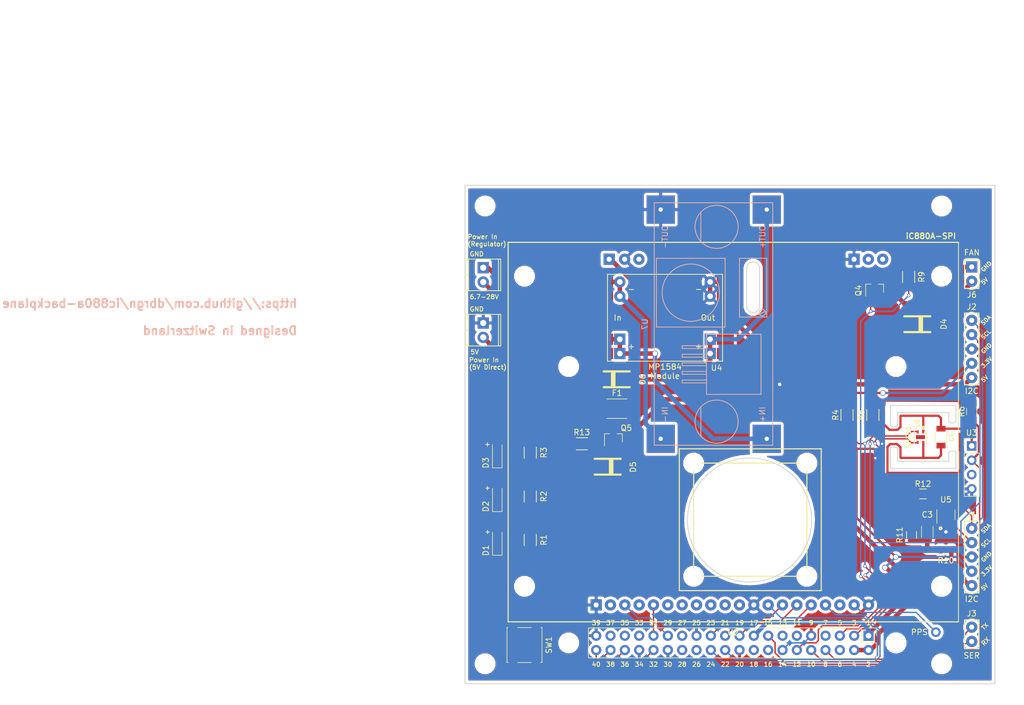
<source format=kicad_pcb>
(kicad_pcb (version 20171130) (host pcbnew 5.0.2-5.fc29)
  (title_block (title "iC880A-SPI Raspberry Pi Backplane") (date 2019-07-16) (rev v2.1) (company "Coredump Rapperswil"))
  (layers (0 F.Cu signal) (31 B.Cu signal) (34 B.Paste user) (35 F.Paste user) (36 B.SilkS user) (37 F.SilkS user) (38 B.Mask user) (39 F.Mask user) (44 Edge.Cuts user))
  (net 0 "")
  (net 1 "Net-(D1-Pad2)")
  (net 2 "Net-(D2-Pad2)")
  (net 3 "Net-(D3-Pad2)")
  (net 4 GND)
  (net 5 "Net-(D4-Pad2)")
  (net 6 "Net-(J5-Pad1)")
  (net 7 3.3V)
  (net 8 5V)
  (net 9 "Net-(C3-Pad1)")
  (net 10 "Net-(C3-Pad2)")
  (net 11 SDA)
  (net 12 SCL)
  (net 13 MOSI)
  (net 14 MISO)
  (net 15 CLK)
  (net 16 CE0)
  (net 17 LED1)
  (net 18 LED2)
  (net 19 LED3)
  (net 20 FAN)
  (net 21 IC880A_RST)
  (net 22 GPS_RST)
  (net 23 GPS_SUP)
  (net 24 BTN)
  (net 25 "Net-(D6-Pad1)")
  (net 26 "Net-(Q5-Pad1)")
  (net 27 "Net-(F1-Pad2)")
  (net 28 TX)
  (net 29 RX)
  (net 30 PPS)
  (net 31 "Net-(D6-Pad2)")
  (net 32 "Net-(U1-Pad6)")
  (net 33 "Net-(U1-Pad7)")
  (net 34 "Net-(U1-Pad11)")
  (net 35 "Net-(U1-Pad13)")
  (net 36 DHT_IO)
  (net 37 "Net-(U1-Pad16)")
  (net 38 "Net-(U1-Pad18)")
  (net 39 "Net-(U1-Pad26)")
  (net 40 "Net-(U1-Pad27)")
  (net 41 "Net-(U1-Pad28)")
  (net 42 "Net-(U1-Pad33)")
  (net 43 "Net-(U1-Pad35)")
  (net 44 "Net-(U1-Pad37)")
  (net 45 "Net-(U2-Pad2)")
  (net 46 "Net-(U2-Pad4)")
  (net 47 "Net-(U2-Pad6)")
  (net 48 "Net-(U2-Pad7)")
  (net 49 "Net-(U2-Pad8)")
  (net 50 "Net-(U2-Pad9)")
  (net 51 "Net-(U2-Pad10)")
  (net 52 "Net-(U2-Pad11)")
  (net 53 "Net-(U2-Pad18)")
  (net 54 "Net-(U2-Pad23)")
  (net 55 "Net-(U2-Pad25)")
  (net 56 "Net-(U2-Pad26)")
  (module ic880a:IC880A-SPI (layer F.Cu) (at 162.9791 109.304)
    (fp_text reference U2 (at 0 35.56) (layer F.SilkS))
    (fp_text value IC880A-SPI)
    (pad 1 thru_hole rect (at -24.3 30.65) (size 2 2) (drill 0.9) (layers *.Cu *.Mask) (net 4 GND))
    (pad 2 thru_hole circle (at -21.76 30.65) (size 2 2) (drill 0.9) (layers *.Cu *.Mask) (net 45 "Net-(U2-Pad2)"))
    (pad 3 thru_hole circle (at -19.22 30.65) (size 2 2) (drill 0.9) (layers *.Cu *.Mask) (net 22 GPS_RST))
    (pad 4 thru_hole circle (at -16.68 30.65) (size 2 2) (drill 0.9) (layers *.Cu *.Mask) (net 46 "Net-(U2-Pad4)"))
    (pad 5 thru_hole circle (at -14.14 30.65) (size 2 2) (drill 0.9) (layers *.Cu *.Mask) (net 23 GPS_SUP))
    (pad 6 thru_hole circle (at -11.6 30.65) (size 2 2) (drill 0.9) (layers *.Cu *.Mask) (net 47 "Net-(U2-Pad6)"))
    (pad 7 thru_hole circle (at -9.06 30.65) (size 2 2) (drill 0.9) (layers *.Cu *.Mask) (net 48 "Net-(U2-Pad7)"))
    (pad 8 thru_hole circle (at -6.52 30.65) (size 2 2) (drill 0.9) (layers *.Cu *.Mask) (net 49 "Net-(U2-Pad8)"))
    (pad 9 thru_hole circle (at -3.98 30.65) (size 2 2) (drill 0.9) (layers *.Cu *.Mask) (net 50 "Net-(U2-Pad9)"))
    (pad 10 thru_hole circle (at -1.44 30.65) (size 2 2) (drill 0.9) (layers *.Cu *.Mask) (net 51 "Net-(U2-Pad10)"))
    (pad 11 thru_hole circle (at 1.1 30.65) (size 2 2) (drill 0.9) (layers *.Cu *.Mask) (net 52 "Net-(U2-Pad11)"))
    (pad 12 thru_hole circle (at 3.64 30.65) (size 2 2) (drill 0.9) (layers *.Cu *.Mask) (net 4 GND))
    (pad 13 thru_hole circle (at 6.18 30.65) (size 2 2) (drill 0.9) (layers *.Cu *.Mask) (net 21 IC880A_RST))
    (pad 14 thru_hole circle (at 8.72 30.65) (size 2 2) (drill 0.9) (layers *.Cu *.Mask) (net 15 CLK))
    (pad 15 thru_hole circle (at 11.26 30.65) (size 2 2) (drill 0.9) (layers *.Cu *.Mask) (net 14 MISO))
    (pad 16 thru_hole circle (at 13.8 30.65) (size 2 2) (drill 0.9) (layers *.Cu *.Mask) (net 13 MOSI))
    (pad 17 thru_hole circle (at 16.34 30.65) (size 2 2) (drill 0.9) (layers *.Cu *.Mask) (net 16 CE0))
    (pad 18 thru_hole circle (at 18.88 30.65) (size 2 2) (drill 0.9) (layers *.Cu *.Mask) (net 53 "Net-(U2-Pad18)"))
    (pad 19 thru_hole circle (at 21.42 30.65) (size 2 2) (drill 0.9) (layers *.Cu *.Mask) (net 30 PPS))
    (pad 20 thru_hole circle (at 23.96 30.65) (size 2 2) (drill 0.9) (layers *.Cu *.Mask) (net 4 GND))
    (pad 21 thru_hole rect (at -22 -30.65) (size 2 2) (drill 0.9) (layers *.Cu *.Mask) (net 8 5V))
    (pad 22 thru_hole circle (at -19.26 -30.65) (size 2 2) (drill 0.9) (layers *.Cu *.Mask) (net 4 GND))
    (pad 23 thru_hole circle (at -16.72 -30.65) (size 2 2) (drill 0.9) (layers *.Cu *.Mask) (net 54 "Net-(U2-Pad23)"))
    (pad 24 thru_hole rect (at 21.4 -30.65) (size 2 2) (drill 0.9) (layers *.Cu *.Mask) (net 4 GND))
    (pad 25 thru_hole circle (at 23.94 -30.65) (size 2 2) (drill 0.9) (layers *.Cu *.Mask) (net 55 "Net-(U2-Pad25)"))
    (pad 26 thru_hole circle (at 26.48 -30.65) (size 2 2) (drill 0.9) (layers *.Cu *.Mask) (net 56 "Net-(U2-Pad26)"))
  )
  (module TO_SOT_Packages_SMD:SOT-23-6 (layer F.Cu) (at 200.66 123.952 90)
    (fp_text reference U5 (at 2.667 0) (layer F.SilkS))
    (fp_text value MCP3425A0T-E/CH hide)
    (pad 1 smd rect (at -1.1 -0.95 90) (size 1.06 0.65) (layers F.Cu F.Paste F.Mask) (net 10 "Net-(C3-Pad2)"))
    (pad 2 smd rect (at -1.1 0 90) (size 1.06 0.65) (layers F.Cu F.Paste F.Mask) (net 4 GND))
    (pad 3 smd rect (at -1.1 0.95 90) (size 1.06 0.65) (layers F.Cu F.Paste F.Mask) (net 12 SCL))
    (pad 4 smd rect (at 1.1 0.95 90) (size 1.06 0.65) (layers F.Cu F.Paste F.Mask) (net 11 SDA))
    (pad 6 smd rect (at 1.1 -0.95 90) (size 1.06 0.65) (layers F.Cu F.Paste F.Mask) (net 9 "Net-(C3-Pad1)"))
    (pad 5 smd rect (at 1.1 0 90) (size 1.06 0.65) (layers F.Cu F.Paste F.Mask) (net 7 3.3V))
  )
  (module sensirion:SHTC1 (layer F.Cu) (at 196.149 110.2 180)
    (fp_text reference U6 (at 0.569 2.504 90) (layer F.SilkS) (effects (font (size 0.8 0.8))))
    (fp_text value SHTC3 (at 2.093 -0.036 90) (layer F.SilkS) (effects (font (size 0.8 0.8))))
    (pad "" smd rect (at 0.5 -1 180) (size 0.35 0.55) (drill (offset 0 -0.025)) (layers F.Paste))
    (pad "" smd rect (at -0.5 -1 180) (size 0.35 0.55) (drill (offset 0 -0.025)) (layers F.Paste))
    (pad "" smd rect (at 0.5 1 180) (size 0.35 0.55) (drill (offset 0 0.025)) (layers F.Paste))
    (pad "" smd rect (at -0.5 1 180) (size 0.35 0.55) (drill (offset 0 0.025)) (layers F.Paste))
    (pad 4 smd rect (at -0.5 -1 180) (size 0.35 0.55) (drill (offset 0 0.075)) (layers F.Cu F.Mask) (net 4 GND))
    (pad 3 smd rect (at 0.5 -1 180) (size 0.35 0.55) (drill (offset 0 0.075)) (layers F.Cu F.Mask) (net 11 SDA))
    (pad 2 smd rect (at 0.5 1 180) (size 0.35 0.55) (drill (offset 0 -0.075)) (layers F.Cu F.Mask) (net 12 SCL))
    (pad 1 smd rect (at -0.5 1 180) (size 0.35 0.55) (drill (offset 0 -0.075)) (layers F.Cu F.Mask) (net 7 3.3V))
    (pad "" smd rect (at 0 0 180) (size 1.6 0.7) (layers F.Cu F.Paste F.Mask))
  )
  (module Resistors_SMD:R_0805 (layer F.Cu) (at 196.596 120.269 180)
    (fp_text reference R12 (at 0 1.778 180) (layer F.SilkS))
    (fp_text value R hide)
    (pad 1 smd rect (at -0.95 0 180) (size 0.7 1.3) (layers F.Cu F.Paste F.Mask) (net 9 "Net-(C3-Pad1)"))
    (pad 2 smd rect (at 0.95 0 180) (size 0.7 1.3) (layers F.Cu F.Paste F.Mask) (net 4 GND))
  )
  (module Resistors_SMD:R_1206 (layer F.Cu) (at 187.706 106.267 270)
    (fp_text reference R5 (at 0 2.032 270) (layer F.SilkS))
    (fp_text value R hide)
    (pad 1 smd rect (at -1.45 0 270) (size 0.9 1.7) (layers F.Cu F.Paste F.Mask) (net 7 3.3V))
    (pad 2 smd rect (at 1.45 0 270) (size 0.9 1.7) (layers F.Cu F.Paste F.Mask) (net 12 SCL))
  )
  (module Resistors_SMD:R_1206 (layer F.Cu) (at 183.134 106.267 270)
    (fp_text reference R4 (at 0 2.032 270) (layer F.SilkS))
    (fp_text value R hide)
    (pad 1 smd rect (at -1.45 0 270) (size 0.9 1.7) (layers F.Cu F.Paste F.Mask) (net 7 3.3V))
    (pad 2 smd rect (at 1.45 0 270) (size 0.9 1.7) (layers F.Cu F.Paste F.Mask) (net 11 SDA))
  )
  (module Capacitors_SMD:C_1812 (layer F.Cu) (at 142.353 105.156)
    (fp_text reference F1 (at 0.014 -2.794 -180) (layer F.SilkS))
    (fp_text value Polyfuse hide)
    (pad 1 smd rect (at -2.3 0) (size 1 3) (layers F.Cu F.Paste F.Mask) (net 31 "Net-(D6-Pad2)"))
    (pad 2 smd rect (at 2.3 0) (size 1 3) (layers F.Cu F.Paste F.Mask) (net 27 "Net-(F1-Pad2)"))
  )
  (module LEDs:LED_1206 (layer F.Cu) (at 121.158 128.65 90)
    (fp_text reference D1 (at -1.638 -2.032 270) (layer F.SilkS))
    (fp_text value LED_Blue hide)
    (pad 2 smd rect (at 1.65 0 270) (size 1.5 1.5) (layers F.Cu F.Paste F.Mask) (net 1 "Net-(D1-Pad2)"))
    (pad 1 smd rect (at -1.65 0 270) (size 1.5 1.5) (layers F.Cu F.Paste F.Mask) (net 4 GND))
  )
  (module LEDs:LED_1206 (layer F.Cu) (at 121.158 120.904 90)
    (fp_text reference D2 (at -1.5875 -2.032 270) (layer F.SilkS))
    (fp_text value LED_Yellow hide)
    (pad 2 smd rect (at 1.65 0 270) (size 1.5 1.5) (layers F.Cu F.Paste F.Mask) (net 2 "Net-(D2-Pad2)"))
    (pad 1 smd rect (at -1.65 0 270) (size 1.5 1.5) (layers F.Cu F.Paste F.Mask) (net 4 GND))
  )
  (module LEDs:LED_1206 (layer F.Cu) (at 121.158 113.156 90)
    (fp_text reference D3 (at -1.6005 -2.032 270) (layer F.SilkS))
    (fp_text value LED_Red hide)
    (pad 2 smd rect (at 1.65 0 270) (size 1.5 1.5) (layers F.Cu F.Paste F.Mask) (net 3 "Net-(D3-Pad2)"))
    (pad 1 smd rect (at -1.65 0 270) (size 1.5 1.5) (layers F.Cu F.Paste F.Mask) (net 4 GND))
  )
  (module Capacitors_SMD:C_1206 (layer F.Cu) (at 199.784 110.2 90)
    (fp_text reference C1 (at -0.036 1.892 270) (layer F.SilkS) (effects (font (size 0.8 0.8))))
    (fp_text value C)
    (pad 1 smd rect (at -1.5 0 90) (size 1 1.6) (layers F.Cu F.Paste F.Mask) (net 4 GND))
    (pad 2 smd rect (at 1.5 0 90) (size 1 1.6) (layers F.Cu F.Paste F.Mask) (net 7 3.3V))
  )
  (module Connectors_Terminal_Blocks:TerminalBlock_Pheonix_MPT-2.54mm_2pol (layer F.Cu) (at 118.6688 80.16 270)
    (fp_text reference J5 hide)
    (fp_text value PWR hide)
    (pad 2 thru_hole oval (at 2.54 0 270) (size 1.99898 1.99898) (drill 1.09728) (layers *.Cu *.Mask) (net 25 "Net-(D6-Pad1)"))
    (pad 1 thru_hole rect (at 0 0 270) (size 1.99898 1.99898) (drill 1.09728) (layers *.Cu *.Mask) (net 6 "Net-(J5-Pad1)"))
  )
  (module Connectors_Terminal_Blocks:TerminalBlock_Pheonix_MPT-2.54mm_2pol (layer F.Cu) (at 118.6688 89.9622 270)
    (fp_text reference J4 hide)
    (fp_text value PWR hide)
    (pad 2 thru_hole oval (at 2.54 0 270) (size 1.99898 1.99898) (drill 1.09728) (layers *.Cu *.Mask) (net 31 "Net-(D6-Pad2)"))
    (pad 1 thru_hole rect (at 0 0 270) (size 1.99898 1.99898) (drill 1.09728) (layers *.Cu *.Mask) (net 4 GND))
  )
  (module Capacitors_SMD:C_1206 (layer F.Cu) (at 197.358 127 270)
    (fp_text reference C3 (at -3.048 0 180) (layer F.SilkS))
    (fp_text value C hide)
    (pad 1 smd rect (at -1.5 0 270) (size 1 1.6) (layers F.Cu F.Paste F.Mask) (net 9 "Net-(C3-Pad1)"))
    (pad 2 smd rect (at 1.5 0 270) (size 1 1.6) (layers F.Cu F.Paste F.Mask) (net 10 "Net-(C3-Pad2)"))
  )
  (module TO_SOT_Packages_SMD:SOT-23 (layer F.Cu) (at 141.732 110.363 90)
    (fp_text reference Q5 (at 1.778 2.286 180) (layer F.SilkS))
    (fp_text value Q_PMOS_GSD hide)
    (pad 1 smd rect (at -1 -0.95 90) (size 0.9 0.8) (layers F.Cu F.Paste F.Mask) (net 26 "Net-(Q5-Pad1)"))
    (pad 2 smd rect (at -1 0.95 90) (size 0.9 0.8) (layers F.Cu F.Paste F.Mask) (net 8 5V))
    (pad 3 smd rect (at 1 0 90) (size 0.9 0.8) (layers F.Cu F.Paste F.Mask) (net 27 "Net-(F1-Pad2)"))
  )
  (module Resistors_SMD:R_1206 (layer F.Cu) (at 136.144 111.379)
    (fp_text reference R13 (at 0 -2.032) (layer F.SilkS))
    (fp_text value R)
    (pad 1 smd rect (at -1.45 0) (size 0.9 1.7) (layers F.Cu F.Paste F.Mask) (net 4 GND))
    (pad 2 smd rect (at 1.45 0) (size 0.9 1.7) (layers F.Cu F.Paste F.Mask) (net 26 "Net-(Q5-Pad1)"))
  )
  (module Resistors_SMD:R_1206 (layer F.Cu) (at 194.056 81.788 270)
    (fp_text reference R9 (at 0 -2.286 270) (layer F.SilkS))
    (fp_text value R hide)
    (pad 1 smd rect (at -1.45 0 270) (size 0.9 1.7) (layers F.Cu F.Paste F.Mask) (net 4 GND))
    (pad 2 smd rect (at 1.45 0 270) (size 0.9 1.7) (layers F.Cu F.Paste F.Mask) (net 20 FAN))
  )
  (module TO_SOT_Packages_SMD:SOT-23 (layer F.Cu) (at 188.0235 83.82 90)
    (fp_text reference Q4 (at -0.381 -2.8575 90) (layer F.SilkS))
    (fp_text value Q_NMOS_GSD hide)
    (pad 1 smd rect (at -1 -0.95 90) (size 0.9 0.8) (layers F.Cu F.Paste F.Mask) (net 20 FAN))
    (pad 2 smd rect (at -1 0.95 90) (size 0.9 0.8) (layers F.Cu F.Paste F.Mask) (net 4 GND))
    (pad 3 smd rect (at 1 0 90) (size 0.9 0.8) (layers F.Cu F.Paste F.Mask) (net 5 "Net-(D4-Pad2)"))
  )
  (module Resistors_SMD:R_0805 (layer F.Cu) (at 200.66 130.175 180)
    (fp_text reference R10 (at 0 -1.905 180) (layer F.SilkS))
    (fp_text value R hide)
    (pad 1 smd rect (at -0.95 0 180) (size 0.7 1.3) (layers F.Cu F.Paste F.Mask) (net 8 5V))
    (pad 2 smd rect (at 0.95 0 180) (size 0.7 1.3) (layers F.Cu F.Paste F.Mask) (net 10 "Net-(C3-Pad2)"))
  )
  (module Resistors_SMD:R_0805 (layer F.Cu) (at 194.564 127.54864 90)
    (fp_text reference R11 (at 0 -2.1 90) (layer F.SilkS))
    (fp_text value R hide)
    (pad 1 smd rect (at -0.95 0 90) (size 0.7 1.3) (layers F.Cu F.Paste F.Mask) (net 10 "Net-(C3-Pad2)"))
    (pad 2 smd rect (at 0.95 0 90) (size 0.7 1.3) (layers F.Cu F.Paste F.Mask) (net 9 "Net-(C3-Pad1)"))
  )
  (module DO214:DO-214AC (layer F.Cu) (at 142.32636 99.949)
    (fp_text reference D6 (at 4.572 0 90) (layer F.SilkS))
    (fp_text value D hide)
    (pad 1 smd rect (at -2.19964 0) (size 2.10058 1.80086) (layers F.Cu F.Paste F.Mask) (net 25 "Net-(D6-Pad1)"))
    (pad 2 smd rect (at 2.19964 0) (size 2.10058 1.80086) (layers F.Cu F.Paste F.Mask) (net 31 "Net-(D6-Pad2)"))
  )
  (module DO214:DO-214AA (layer F.Cu) (at 140.716 115.443 180)
    (fp_text reference D5 (at -4.5085 -0.072 270) (layer F.SilkS))
    (fp_text value D_TVS hide)
    (pad 1 smd rect (at -2.1395 0 180) (size 2.12 2.18) (layers F.Cu F.Paste F.Mask) (net 8 5V))
    (pad 2 smd rect (at 2.1395 0 180) (size 2.12 2.18) (layers F.Cu F.Paste F.Mask) (net 4 GND))
  )
  (module DO214:DO-214AC (layer F.Cu) (at 195.58 90.17 180)
    (fp_text reference D4 (at -4.699 0 270) (layer F.SilkS))
    (fp_text value D hide)
    (pad 1 smd rect (at -2.19964 0 180) (size 2.10058 1.80086) (layers F.Cu F.Paste F.Mask) (net 8 5V))
    (pad 2 smd rect (at 2.19964 0 180) (size 2.10058 1.80086) (layers F.Cu F.Paste F.Mask) (net 5 "Net-(D4-Pad2)"))
  )
  (module buttons:SW_Mikroshop (layer F.Cu) (at 125.984 147.066 270)
    (fp_text reference SW1 (at 0 -4.318 270) (layer F.SilkS))
    (fp_text value SW_Push hide)
    (pad 1 smd rect (at 4.4 -2.25 270) (size 1.8 1.1) (layers F.Cu F.Paste F.Mask) (net 24 BTN))
    (pad "" smd rect (at -4.4 -2.25 270) (size 1.8 1.1) (layers F.Cu F.Paste F.Mask))
    (pad 2 smd rect (at -4.4 2.25 270) (size 1.8 1.1) (layers F.Cu F.Paste F.Mask) (net 4 GND))
    (pad 2 smd rect (at 4.4 2.25 270) (size 1.8 1.1) (layers F.Cu F.Paste F.Mask) (net 4 GND))
  )
  (module headers:header_1x1_unmarked (layer F.Cu) (at 198.882 144.78)
    (fp_text reference J7 hide)
    (fp_text value PPS (at -2.921 0) (layer F.SilkS))
    (pad 1 thru_hole circle (at 0 0) (size 1.7 1.7) (drill 1) (layers *.Cu *.Mask) (net 30 PPS))
  )
  (module Resistors_SMD:R_1206 (layer F.Cu) (at 127 128.45 90)
    (fp_text reference R1 (at 0 2.4 90) (layer F.SilkS))
    (fp_text value "82Ω 1/8W")
    (pad 1 smd rect (at -1.45 0 90) (size 0.9 1.7) (layers F.Cu F.Paste F.Mask) (net 17 LED1))
    (pad 2 smd rect (at 1.45 0 90) (size 0.9 1.7) (layers F.Cu F.Paste F.Mask) (net 1 "Net-(D1-Pad2)"))
  )
  (module Resistors_SMD:R_1206 (layer F.Cu) (at 127 120.724 90)
    (fp_text reference R2 (at 0.004 2.4 90) (layer F.SilkS))
    (fp_text value "330Ω 1/8W")
    (pad 1 smd rect (at -1.45 0 90) (size 0.9 1.7) (layers F.Cu F.Paste F.Mask) (net 18 LED2))
    (pad 2 smd rect (at 1.45 0 90) (size 0.9 1.7) (layers F.Cu F.Paste F.Mask) (net 2 "Net-(D2-Pad2)"))
  )
  (module Resistors_SMD:R_1206 (layer F.Cu) (at 127 112.956 90)
    (fp_text reference R3 (at 0.006 2.4 90) (layer F.SilkS))
    (fp_text value "220Ω 1/8W")
    (pad 1 smd rect (at -1.45 0 90) (size 0.9 1.7) (layers F.Cu F.Paste F.Mask) (net 19 LED3))
    (pad 2 smd rect (at 1.45 0 90) (size 0.9 1.7) (layers F.Cu F.Paste F.Mask) (net 3 "Net-(D3-Pad2)"))
  )
  (module headers:Pin_Header_Straight_2x20_Pitch2.54mm (layer F.Cu) (at 186.944 145.415 270)
    (fp_text reference U1 hide)
    (fp_text value Raspberry_Pi_2_3 hide)
    (pad 1 thru_hole rect (at 0 0 270) (size 1.8 1.8) (drill 1) (layers *.Cu *.Mask) (net 7 3.3V))
    (pad 2 thru_hole oval (at 2.54 0 270) (size 1.8 1.8) (drill 1) (layers *.Cu *.Mask) (net 8 5V))
    (pad 3 thru_hole oval (at 0 2.54 270) (size 1.8 1.8) (drill 1) (layers *.Cu *.Mask) (net 11 SDA))
    (pad 4 thru_hole oval (at 2.54 2.54 270) (size 1.8 1.8) (drill 1) (layers *.Cu *.Mask) (net 8 5V))
    (pad 5 thru_hole oval (at 0 5.08 270) (size 1.8 1.8) (drill 1) (layers *.Cu *.Mask) (net 12 SCL))
    (pad 6 thru_hole oval (at 2.54 5.08 270) (size 1.8 1.8) (drill 1) (layers *.Cu *.Mask) (net 32 "Net-(U1-Pad6)"))
    (pad 7 thru_hole oval (at 0 7.62 270) (size 1.8 1.8) (drill 1) (layers *.Cu *.Mask) (net 33 "Net-(U1-Pad7)"))
    (pad 8 thru_hole oval (at 2.54 7.62 270) (size 1.8 1.8) (drill 1) (layers *.Cu *.Mask) (net 28 TX))
    (pad 9 thru_hole oval (at 0 10.16 270) (size 1.8 1.8) (drill 1) (layers *.Cu *.Mask) (net 4 GND))
    (pad 10 thru_hole oval (at 2.54 10.16 270) (size 1.8 1.8) (drill 1) (layers *.Cu *.Mask) (net 29 RX))
    (pad 11 thru_hole oval (at 0 12.7 270) (size 1.8 1.8) (drill 1) (layers *.Cu *.Mask) (net 34 "Net-(U1-Pad11)"))
    (pad 12 thru_hole oval (at 2.54 12.7 270) (size 1.8 1.8) (drill 1) (layers *.Cu *.Mask) (net 20 FAN))
    (pad 13 thru_hole oval (at 0 15.24 270) (size 1.8 1.8) (drill 1) (layers *.Cu *.Mask) (net 35 "Net-(U1-Pad13)"))
    (pad 14 thru_hole oval (at 2.54 15.24 270) (size 1.8 1.8) (drill 1) (layers *.Cu *.Mask) (net 4 GND))
    (pad 15 thru_hole oval (at 0 17.78 270) (size 1.8 1.8) (drill 1) (layers *.Cu *.Mask) (net 36 DHT_IO))
    (pad 16 thru_hole oval (at 2.54 17.78 270) (size 1.8 1.8) (drill 1) (layers *.Cu *.Mask) (net 37 "Net-(U1-Pad16)"))
    (pad 17 thru_hole oval (at 0 20.32 270) (size 1.8 1.8) (drill 1) (layers *.Cu *.Mask) (net 7 3.3V))
    (pad 18 thru_hole oval (at 2.54 20.32 270) (size 1.8 1.8) (drill 1) (layers *.Cu *.Mask) (net 38 "Net-(U1-Pad18)"))
    (pad 19 thru_hole oval (at 0 22.86 270) (size 1.8 1.8) (drill 1) (layers *.Cu *.Mask) (net 13 MOSI))
    (pad 20 thru_hole oval (at 2.54 22.86 270) (size 1.8 1.8) (drill 1) (layers *.Cu *.Mask) (net 4 GND))
    (pad 21 thru_hole oval (at 0 25.4 270) (size 1.8 1.8) (drill 1) (layers *.Cu *.Mask) (net 14 MISO))
    (pad 22 thru_hole oval (at 2.54 25.4 270) (size 1.8 1.8) (drill 1) (layers *.Cu *.Mask) (net 21 IC880A_RST))
    (pad 23 thru_hole oval (at 0 27.94 270) (size 1.8 1.8) (drill 1) (layers *.Cu *.Mask) (net 15 CLK))
    (pad 24 thru_hole oval (at 2.54 27.94 270) (size 1.8 1.8) (drill 1) (layers *.Cu *.Mask) (net 16 CE0))
    (pad 25 thru_hole oval (at 0 30.48 270) (size 1.8 1.8) (drill 1) (layers *.Cu *.Mask) (net 4 GND))
    (pad 26 thru_hole oval (at 2.54 30.48 270) (size 1.8 1.8) (drill 1) (layers *.Cu *.Mask) (net 39 "Net-(U1-Pad26)"))
    (pad 27 thru_hole oval (at 0 33.02 270) (size 1.8 1.8) (drill 1) (layers *.Cu *.Mask) (net 40 "Net-(U1-Pad27)"))
    (pad 28 thru_hole oval (at 2.54 33.02 270) (size 1.8 1.8) (drill 1) (layers *.Cu *.Mask) (net 41 "Net-(U1-Pad28)"))
    (pad 29 thru_hole oval (at 0 35.56 270) (size 1.8 1.8) (drill 1) (layers *.Cu *.Mask) (net 22 GPS_RST))
    (pad 30 thru_hole oval (at 2.54 35.56 270) (size 1.8 1.8) (drill 1) (layers *.Cu *.Mask) (net 4 GND))
    (pad 31 thru_hole oval (at 0 38.1 270) (size 1.8 1.8) (drill 1) (layers *.Cu *.Mask) (net 23 GPS_SUP))
    (pad 32 thru_hole oval (at 2.54 38.1 270) (size 1.8 1.8) (drill 1) (layers *.Cu *.Mask) (net 24 BTN))
    (pad 33 thru_hole oval (at 0 40.64 270) (size 1.8 1.8) (drill 1) (layers *.Cu *.Mask) (net 42 "Net-(U1-Pad33)"))
    (pad 34 thru_hole oval (at 2.54 40.64 270) (size 1.8 1.8) (drill 1) (layers *.Cu *.Mask) (net 4 GND))
    (pad 35 thru_hole oval (at 0 43.18 270) (size 1.8 1.8) (drill 1) (layers *.Cu *.Mask) (net 43 "Net-(U1-Pad35)"))
    (pad 36 thru_hole oval (at 2.54 43.18 270) (size 1.8 1.8) (drill 1) (layers *.Cu *.Mask) (net 19 LED3))
    (pad 37 thru_hole oval (at 0 45.72 270) (size 1.8 1.8) (drill 1) (layers *.Cu *.Mask) (net 44 "Net-(U1-Pad37)"))
    (pad 38 thru_hole oval (at 2.54 45.72 270) (size 1.8 1.8) (drill 1) (layers *.Cu *.Mask) (net 18 LED2))
    (pad 39 thru_hole oval (at 0 48.26 270) (size 1.8 1.8) (drill 1) (layers *.Cu *.Mask) (net 4 GND))
    (pad 40 thru_hole oval (at 2.54 48.26 270) (size 1.8 1.8) (drill 1) (layers *.Cu *.Mask) (net 17 LED1))
  )
  (module headers:header_1x2_unmarked (layer F.Cu) (at 205.232 143.891)
    (fp_text reference J3 (at 0 -2.413) (layer F.SilkS))
    (fp_text value SER (at 0 5.04) (layer F.SilkS))
    (pad 1 thru_hole circle (at 0 0) (size 2 2) (drill 0.9) (layers *.Cu *.Mask) (net 28 TX))
    (pad 2 thru_hole oval (at 0 2.54) (size 2 2) (drill 0.9) (layers *.Cu *.Mask) (net 29 RX))
  )
  (module headers:header_1x5_unmarked (layer F.Cu) (at 205.232 126.365)
    (fp_text reference J1 (at 0 -2.39) (layer F.SilkS))
    (fp_text value I2C (at 0 12.55) (layer F.SilkS))
    (pad 1 thru_hole circle (at 0 0) (size 2 2) (drill 0.9) (layers *.Cu *.Mask) (net 11 SDA))
    (pad 2 thru_hole oval (at 0 2.54) (size 2 2) (drill 0.9) (layers *.Cu *.Mask) (net 12 SCL))
    (pad 3 thru_hole oval (at 0 5.08) (size 2 2) (drill 0.9) (layers *.Cu *.Mask) (net 4 GND))
    (pad 4 thru_hole oval (at 0 7.62) (size 2 2) (drill 0.9) (layers *.Cu *.Mask) (net 7 3.3V))
    (pad 5 thru_hole oval (at 0 10.16) (size 2 2) (drill 0.9) (layers *.Cu *.Mask) (net 8 5V))
  )
  (module headers:header_1x5_unmarked (layer F.Cu) (at 205.232 89.4842)
    (fp_text reference J2 (at 0 -2.39) (layer F.SilkS))
    (fp_text value I2C (at 0 12.55) (layer F.SilkS))
    (pad 1 thru_hole circle (at 0 0) (size 2 2) (drill 0.9) (layers *.Cu *.Mask) (net 11 SDA))
    (pad 2 thru_hole oval (at 0 2.54) (size 2 2) (drill 0.9) (layers *.Cu *.Mask) (net 12 SCL))
    (pad 3 thru_hole oval (at 0 5.08) (size 2 2) (drill 0.9) (layers *.Cu *.Mask) (net 4 GND))
    (pad 4 thru_hole oval (at 0 7.62) (size 2 2) (drill 0.9) (layers *.Cu *.Mask) (net 7 3.3V))
    (pad 5 thru_hole oval (at 0 10.16) (size 2 2) (drill 0.9) (layers *.Cu *.Mask) (net 8 5V))
  )
  (module headers:header_1x2_marked (layer F.Cu) (at 205.232 80.01)
    (fp_text reference J6 (at 0.0275 4.953) (layer F.SilkS))
    (fp_text value FAN (at 0.0275 -2.54) (layer F.SilkS))
    (pad 1 thru_hole rect (at 0 0) (size 2 2) (drill 0.9) (layers *.Cu *.Mask) (net 5 "Net-(D4-Pad2)"))
    (pad 2 thru_hole oval (at 0 2.54) (size 2 2) (drill 0.9) (layers *.Cu *.Mask) (net 8 5V))
  )
  (module regulators:MP1584_MODULE_ZVEPOWER (layer F.Cu) (at 150.876 89.027)
    (fp_text reference U4 (at 9.144 8.89) (layer F.SilkS))
    (fp_text value MP1584_MODULE hide)
    (fp_text user + (at 5.969 5.08) (layer F.SilkS))
    (fp_text user In (at -8.382 0 180) (layer F.SilkS))
    (fp_text user Out (at 7.62 0 180) (layer F.SilkS))
    (fp_text user + (at -5.969 5.08) (layer F.SilkS))
    (fp_text user - (at 5.969 -5.08) (layer F.SilkS))
    (fp_text user - (at -5.969 -5.08) (layer F.SilkS))
    (pad 1 thru_hole circle (at -8 -6.35) (size 2 2) (drill 1) (layers *.Cu *.Mask) (net 6 "Net-(J5-Pad1)"))
    (pad 1 thru_hole circle (at -8 -3.81) (size 2 2) (drill 1) (layers *.Cu *.Mask) (net 6 "Net-(J5-Pad1)"))
    (pad 2 thru_hole rect (at -8 3.81 90) (size 2 2) (drill 1) (layers *.Cu *.Mask) (net 25 "Net-(D6-Pad1)"))
    (pad 5 thru_hole rect (at -8 6.35 90) (size 2 2) (drill 1) (layers *.Cu *.Mask) (net 25 "Net-(D6-Pad1)"))
    (pad 4 thru_hole circle (at 8 -3.81 90) (size 2 2) (drill 1) (layers *.Cu *.Mask) (net 4 GND))
    (pad 3 thru_hole rect (at 8 3.81 180) (size 2 2) (drill 1) (layers *.Cu *.Mask) (net 31 "Net-(D6-Pad2)"))
    (pad 4 thru_hole circle (at 8 -6.35 90) (size 2 2) (drill 1) (layers *.Cu *.Mask) (net 4 GND))
    (pad 3 thru_hole rect (at 8 6.35 90) (size 2 2) (drill 1) (layers *.Cu *.Mask) (net 31 "Net-(D6-Pad2)"))
    (pad 5 smd rect (at -10.7 6.35) (size 3 2) (layers F.Cu F.Paste F.Mask) (net 25 "Net-(D6-Pad1)"))
    (pad 4 smd rect (at 10.7 -3.81) (size 3 2) (layers F.Cu F.Paste F.Mask) (net 4 GND))
    (pad 1 smd rect (at -10.7 -3.81) (size 3 2) (layers F.Cu F.Paste F.Mask) (net 6 "Net-(J5-Pad1)"))
    (pad 2 smd rect (at -10.7 3.81) (size 3 2) (layers F.Cu F.Paste F.Mask) (net 25 "Net-(D6-Pad1)"))
    (pad 4 smd rect (at 10.7 -6.35) (size 3 2) (layers F.Cu F.Paste F.Mask) (net 4 GND))
    (pad 1 smd rect (at -10.7 -6.35) (size 3 2) (layers F.Cu F.Paste F.Mask) (net 6 "Net-(J5-Pad1)"))
    (pad 3 smd rect (at 10.7 3.81) (size 3 2) (layers F.Cu F.Paste F.Mask) (net 31 "Net-(D6-Pad2)"))
    (pad 3 smd rect (at 10.7 6.35) (size 3 2) (layers F.Cu F.Paste F.Mask) (net 31 "Net-(D6-Pad2)"))
  )
  (module Resistor_SMD:R_1206_3216Metric_Pad1.42x1.75mm_HandSolder (layer F.Cu) (at 205.232 105.664 90)
    (fp_text reference R6 (at 0 -1.82 90) (layer F.SilkS))
    (fp_text value R)
    (pad 1 smd roundrect (at -1.4875 0 90) (size 1.425 1.75) (layers F.Cu F.Paste F.Mask) (roundrect_rratio 0.175439) (net 36 DHT_IO))
    (pad 2 smd roundrect (at 1.4875 0 90) (size 1.425 1.75) (layers F.Cu F.Paste F.Mask) (roundrect_rratio 0.175439) (net 7 3.3V))
  )
  (module Connector_PinHeader_2.54mm:PinHeader_1x04_P2.54mm_Vertical (layer F.Cu) (at 205.232 111.76)
    (fp_text reference U3 (at 0 -2.33) (layer F.SilkS))
    (fp_text value DHT11)
    (pad 1 thru_hole rect (at 0 0) (size 1.7 1.7) (drill 1) (layers *.Cu *.Mask) (net 7 3.3V))
    (pad 2 thru_hole oval (at 0 2.54) (size 1.7 1.7) (drill 1) (layers *.Cu *.Mask) (net 36 DHT_IO))
    (pad 3 thru_hole oval (at 0 5.08) (size 1.7 1.7) (drill 1) (layers *.Cu *.Mask))
    (pad 4 thru_hole oval (at 0 7.62) (size 1.7 1.7) (drill 1) (layers *.Cu *.Mask) (net 4 GND))
  )
  (module MountingHole:MountingHole_2.7mm_M2.5 (layer F.Cu) (at 118.997 69.215)
    (fp_text reference REF** hide)
    (fp_text value MountingHole_2.7mm_M2.5)
    (pad 1 np_thru_hole circle (at 0 0) (size 2.7 2.7) (drill 2.7) (layers *.Cu *.Mask))
  )
  (module MountingHole:MountingHole_2.7mm_M2.5 (layer F.Cu) (at 199.898 69.215)
    (fp_text reference REF** hide)
    (fp_text value MountingHole_2.7mm_M2.5)
    (pad 1 np_thru_hole circle (at 0 0) (size 2.7 2.7) (drill 2.7) (layers *.Cu *.Mask))
  )
  (module MountingHole:MountingHole_2.7mm_M2.5 (layer F.Cu) (at 125.9791 81.661)
    (fp_text reference REF** hide)
    (fp_text value MountingHole_2.7mm_M2.5)
    (pad 1 np_thru_hole circle (at 0 0) (size 2.7 2.7) (drill 2.7) (layers *.Cu *.Mask))
  )
  (module MountingHole:MountingHole_2.7mm_M2.5 (layer F.Cu) (at 133.814 97.685)
    (fp_text reference REF** hide)
    (fp_text value MountingHole_2.7mm_M2.5)
    (pad 1 np_thru_hole circle (at 0 0) (size 2.7 2.7) (drill 2.7) (layers *.Cu *.Mask))
  )
  (module MountingHole:MountingHole_2.7mm_M2.5 (layer F.Cu) (at 191.814 97.685)
    (fp_text reference REF** hide)
    (fp_text value MountingHole_2.7mm_M2.5)
    (pad 1 np_thru_hole circle (at 0 0) (size 2.7 2.7) (drill 2.7) (layers *.Cu *.Mask))
  )
  (module MountingHole:MountingHole_2.7mm_M2.5 (layer F.Cu) (at 199.898 136.652)
    (fp_text reference REF** hide)
    (fp_text value MountingHole_2.7mm_M2.5)
    (pad 1 np_thru_hole circle (at 0 0) (size 2.7 2.7) (drill 2.7) (layers *.Cu *.Mask))
  )
  (module MountingHole:MountingHole_2.7mm_M2.5 (layer F.Cu) (at 133.814 146.685)
    (fp_text reference REF** hide)
    (fp_text value MountingHole_2.7mm_M2.5)
    (pad 1 np_thru_hole circle (at 0 0) (size 2.7 2.7) (drill 2.7) (layers *.Cu *.Mask))
  )
  (module MountingHole:MountingHole_2.7mm_M2.5 (layer F.Cu) (at 191.814 146.685)
    (fp_text reference REF** hide)
    (fp_text value MountingHole_2.7mm_M2.5)
    (pad 1 np_thru_hole circle (at 0 0) (size 2.7 2.7) (drill 2.7) (layers *.Cu *.Mask))
  )
  (module MountingHole:MountingHole_2.7mm_M2.5 (layer F.Cu) (at 118.997 150.39)
    (fp_text reference REF** hide)
    (fp_text value MountingHole_2.7mm_M2.5)
    (pad 1 np_thru_hole circle (at 0 0) (size 2.7 2.7) (drill 2.7) (layers *.Cu *.Mask))
  )
  (module MountingHole:MountingHole_2.7mm_M2.5 (layer F.Cu) (at 199.898 150.39)
    (fp_text reference REF** hide)
    (fp_text value MountingHole_2.7mm_M2.5)
    (pad 1 np_thru_hole circle (at 0 0) (size 2.7 2.7) (drill 2.7) (layers *.Cu *.Mask))
  )
  (module regulators:LM2596_MODULE (layer B.Cu) (at 159.512 90.17 90)
    (fp_text reference U7 (at 0 -12.192 90) (layer B.SilkS) (effects (justify mirror)))
    (fp_text value LM2596_MODULE)
    (fp_text user IN+ (at -16.002 8.636 90) (layer B.SilkS) (effects (justify mirror)))
    (fp_text user IN- (at -16.002 -8.636 90) (layer B.SilkS) (effects (justify mirror)))
    (fp_text user OUT+ (at 15.494 8.636 90) (layer B.SilkS) (effects (justify mirror)))
    (fp_text user OUT- (at 15.494 -8.636 90) (layer B.SilkS) (effects (justify mirror)))
    (pad 3 thru_hole rect (at 20.32 -9.398 90) (size 5 5) (drill 0.762) (layers *.Cu *.Mask) (net 4 GND))
    (pad 2 thru_hole rect (at -20.32 -9.398 90) (size 5 5) (drill 0.762) (layers *.Cu *.Mask) (net 6 "Net-(J5-Pad1)"))
    (pad 4 thru_hole rect (at 20.32 9.398 90) (size 5 5) (drill 0.762) (layers *.Cu *.Mask) (net 31 "Net-(D6-Pad2)"))
    (pad 1 thru_hole rect (at -20.32 9.398 90) (size 5 5) (drill 0.762) (layers *.Cu *.Mask) (net 25 "Net-(D6-Pad1)"))
  )
  (module MountingHole:MountingHole_2.7mm_M2.5 (layer F.Cu) (at 176.022 114.808)
    (fp_text reference REF** hide)
    (fp_text value MountingHole_2.7mm_M2.5)
    (pad 1 np_thru_hole circle (at 0 0) (size 2.7 2.7) (drill 2.7) (layers *.Cu *.Mask))
  )
  (module MountingHole:MountingHole_2.7mm_M2.5 (layer F.Cu) (at 155.956 114.808)
    (fp_text reference REF** hide)
    (fp_text value MountingHole_2.7mm_M2.5)
    (pad 1 np_thru_hole circle (at 0 0) (size 2.7 2.7) (drill 2.7) (layers *.Cu *.Mask))
  )
  (module MountingHole:MountingHole_2.7mm_M2.5 (layer F.Cu) (at 155.956 134.874)
    (fp_text reference REF** hide)
    (fp_text value MountingHole_2.7mm_M2.5)
    (pad 1 np_thru_hole circle (at 0 0) (size 2.7 2.7) (drill 2.7) (layers *.Cu *.Mask))
  )
  (module MountingHole:MountingHole_2.7mm_M2.5 (layer F.Cu) (at 176.022 134.874)
    (fp_text reference REF** hide)
    (fp_text value MountingHole_2.7mm_M2.5)
    (pad 1 np_thru_hole circle (at 0 0) (size 2.7 2.7) (drill 2.7) (layers *.Cu *.Mask))
  )
  (module MountingHole:MountingHole_2.7mm_M2.5 (layer F.Cu) (at 125.9791 136.652)
    (fp_text reference REF** hide)
    (fp_text value MountingHole_2.7mm_M2.5)
    (pad 1 np_thru_hole circle (at 0 0) (size 2.7 2.7) (drill 2.7) (layers *.Cu *.Mask))
  )
  (module MountingHole:MountingHole_2.7mm_M2.5 (layer F.Cu) (at 199.898 81.661)
    (fp_text reference REF** hide)
    (fp_text value MountingHole_2.7mm_M2.5)
    (pad 1 np_thru_hole circle (at 0 0) (size 2.7 2.7) (drill 2.7) (layers *.Cu *.Mask))
  )
  (gr_arc (start 166.497 86.995) (end 165.354 86.995) (angle -180) (layer Edge.Cuts) (width 0.15))
  (gr_line (start 167.64 80.264) (end 167.64 86.995) (layer Edge.Cuts) (width 0.15))
  (gr_arc (start 166.497 80.264) (end 167.64 80.264) (angle -180) (layer Edge.Cuts) (width 0.15))
  (gr_line (start 165.354 80.264) (end 165.354 86.995) (layer Edge.Cuts) (width 0.15))
  (gr_line (start 155.956 114.808) (end 155.956 134.874) (layer F.SilkS) (width 0.2))
  (gr_line (start 176.022 114.808) (end 155.956 114.808) (layer F.SilkS) (width 0.2))
  (gr_line (start 176.022 134.874) (end 176.022 114.808) (layer F.SilkS) (width 0.2))
  (gr_line (start 155.956 134.874) (end 176.022 134.874) (layer F.SilkS) (width 0.2))
  (gr_line (start 153.416 112.268) (end 153.416 137.414) (layer F.SilkS) (width 0.2))
  (gr_line (start 178.562 112.268) (end 153.416 112.268) (layer F.SilkS) (width 0.2))
  (gr_line (start 178.562 137.414) (end 178.562 112.268) (layer F.SilkS) (width 0.2))
  (gr_line (start 153.416 137.414) (end 178.562 137.414) (layer F.SilkS) (width 0.2))
  (gr_circle (center 165.862 124.89) (end 176.862 124.89) (layer Edge.Cuts) (width 0.15))
  (gr_line (start 202.438 104.578) (end 202.438 107.442) (layer Edge.Cuts) (width 0.15))
  (gr_text "Power In\n(5V Direct)" (at 116.078 97.155) (layer F.SilkS) (effects (font (size 0.8 0.8)) (justify left)))
  (gr_text "Power In\n(Regulator)" (at 115.824 75.311) (layer F.SilkS) (effects (font (size 0.8 0.8)) (justify left)))
  (gr_text TX (at 207.0735 144.272 45) (layer F.SilkS) (effects (font (size 0.7 0.7)) (justify left)))
  (gr_text RX (at 207.0735 147.066 45) (layer F.SilkS) (effects (font (size 0.8 0.8)) (justify left)))
  (gr_text SCL (at 207.01 129.7068 45) (layer F.SilkS) (effects (font (size 0.7 0.7)) (justify left)))
  (gr_text SDA (at 207.01 127.1668 45) (layer F.SilkS) (effects (font (size 0.7 0.7)) (justify left)))
  (gr_text 5V (at 207.01 137.3268 45) (layer F.SilkS) (effects (font (size 0.7 0.7)) (justify left)))
  (gr_text 3.3V (at 207.01 134.7868 45) (layer F.SilkS) (effects (font (size 0.7 0.7)) (justify left)))
  (gr_text GND (at 207.01 132.2468 45) (layer F.SilkS) (effects (font (size 0.7 0.7)) (justify left)))
  (gr_line (start 201.168 105.848) (end 201.168 107.442) (layer Edge.Cuts) (width 0.15))
  (gr_line (start 202.438 112.903) (end 202.438 115.754) (layer Edge.Cuts) (width 0.15))
  (gr_line (start 201.168 112.903) (end 201.168 114.484) (layer Edge.Cuts) (width 0.15))
  (gr_text "MP1584\nModule" (at 150.876 98.552) (layer F.SilkS) (effects (font (size 1 1))))
  (gr_text 6.7-28V (at 116.2 85.325) (layer F.SilkS) (effects (font (size 0.8 0.8)) (justify left)))
  (gr_text GND (at 116.2 77.725) (layer F.SilkS) (effects (font (size 0.8 0.8)) (justify left)))
  (gr_text "https://github.com/dbrgn/ic880a-backplane\n\nDesigned in Switzerland" (at 85.852 88.9) (layer B.SilkS) (effects (font (size 1.5 1.5) (thickness 0.3)) (justify left mirror)))
  (gr_text + (at 119.447 126.965) (layer F.SilkS) (effects (font (size 0.8 0.8))))
  (gr_text + (at 119.422 119.19) (layer F.SilkS) (effects (font (size 0.8 0.8))))
  (gr_text + (at 119.422 111.44) (layer F.SilkS) (effects (font (size 0.8 0.8))))
  (gr_text 5V (at 207.01 83.058 45) (layer F.SilkS) (effects (font (size 0.7 0.7)) (justify left)))
  (gr_text GND (at 207.01 80.772 45) (layer F.SilkS) (effects (font (size 0.7 0.7)) (justify left)))
  (gr_text SDA (at 207.01 90.2098 45) (layer F.SilkS) (effects (font (size 0.7 0.7)) (justify left)))
  (gr_text 3.3V (at 207.01 97.8298 45) (layer F.SilkS) (effects (font (size 0.7 0.7)) (justify left)))
  (gr_text GND (at 207.01 95.2898 45) (layer F.SilkS) (effects (font (size 0.7 0.7)) (justify left)))
  (gr_text 5V (at 207.01 100.3698 45) (layer F.SilkS) (effects (font (size 0.7 0.7)) (justify left)))
  (gr_text SCL (at 207.01 92.7498 45) (layer F.SilkS) (effects (font (size 0.7 0.7)) (justify left)))
  (gr_text GND (at 116.2 87.5) (layer F.SilkS) (effects (font (size 0.8 0.8)) (justify left)))
  (gr_text 5V (at 116.332 95.1) (layer F.SilkS) (effects (font (size 0.8 0.8)) (justify left)))
  (gr_text iC880A-SPI (at 197.993 74.549) (layer F.SilkS) (effects (font (size 1 1) (thickness 0.2))))
  (gr_text 1 (at 186.944 143.129) (layer F.SilkS) (effects (font (size 0.8 0.8))))
  (gr_text 3 (at 184.404 143.129) (layer F.SilkS) (effects (font (size 0.8 0.8))))
  (gr_text 5 (at 181.864 143.129) (layer F.SilkS) (effects (font (size 0.8 0.8))))
  (gr_text 7 (at 179.324 143.129) (layer F.SilkS) (effects (font (size 0.8 0.8))))
  (gr_text 9 (at 176.784 143.129) (layer F.SilkS) (effects (font (size 0.8 0.8))))
  (gr_text 11 (at 174.244 143.129) (layer F.SilkS) (effects (font (size 0.8 0.8))))
  (gr_text 13 (at 171.704 143.129) (layer F.SilkS) (effects (font (size 0.8 0.8))))
  (gr_text 15 (at 169.164 143.129) (layer F.SilkS) (effects (font (size 0.8 0.8))))
  (gr_text 17 (at 166.624 143.129) (layer F.SilkS) (effects (font (size 0.8 0.8))))
  (gr_text 19 (at 164.084 143.129) (layer F.SilkS) (effects (font (size 0.8 0.8))))
  (gr_text 21 (at 161.544 143.129) (layer F.SilkS) (effects (font (size 0.8 0.8))))
  (gr_text 23 (at 159.004 143.129) (layer F.SilkS) (effects (font (size 0.8 0.8))))
  (gr_text 25 (at 156.464 143.129) (layer F.SilkS) (effects (font (size 0.8 0.8))))
  (gr_text 27 (at 153.924 143.129) (layer F.SilkS) (effects (font (size 0.8 0.8))))
  (gr_text 29 (at 151.384 143.129) (layer F.SilkS) (effects (font (size 0.8 0.8))))
  (gr_text 31 (at 148.844 143.129) (layer F.SilkS) (effects (font (size 0.8 0.8))))
  (gr_text 33 (at 146.304 143.129) (layer F.SilkS) (effects (font (size 0.8 0.8))))
  (gr_text 35 (at 143.764 143.129) (layer F.SilkS) (effects (font (size 0.8 0.8))))
  (gr_text 37 (at 141.224 143.129) (layer F.SilkS) (effects (font (size 0.8 0.8))))
  (gr_text 39 (at 138.684 143.129) (layer F.SilkS) (effects (font (size 0.8 0.8))))
  (gr_text 2 (at 186.944 150.495) (layer F.SilkS) (effects (font (size 0.8 0.8))))
  (gr_text 4 (at 184.404 150.495) (layer F.SilkS) (effects (font (size 0.8 0.8))))
  (gr_text 6 (at 181.864 150.495) (layer F.SilkS) (effects (font (size 0.8 0.8))))
  (gr_text 8 (at 179.324 150.495) (layer F.SilkS) (effects (font (size 0.8 0.8))))
  (gr_text 10 (at 176.784 150.495) (layer F.SilkS) (effects (font (size 0.8 0.8))))
  (gr_text 12 (at 174.244 150.495) (layer F.SilkS) (effects (font (size 0.8 0.8))))
  (gr_text 14 (at 171.704 150.495) (layer F.SilkS) (effects (font (size 0.8 0.8))))
  (gr_text 16 (at 169.164 150.495) (layer F.SilkS) (effects (font (size 0.8 0.8))))
  (gr_text 18 (at 166.624 150.495) (layer F.SilkS) (effects (font (size 0.8 0.8))))
  (gr_text 20 (at 164.084 150.495) (layer F.SilkS) (effects (font (size 0.8 0.8))))
  (gr_text 22 (at 161.544 150.495) (layer F.SilkS) (effects (font (size 0.8 0.8))))
  (gr_text 24 (at 159.004 150.495) (layer F.SilkS) (effects (font (size 0.8 0.8))))
  (gr_text 26 (at 156.464 150.495) (layer F.SilkS) (effects (font (size 0.8 0.8))))
  (gr_text 28 (at 153.924 150.495) (layer F.SilkS) (effects (font (size 0.8 0.8))))
  (gr_text 30 (at 151.384 150.495) (layer F.SilkS) (effects (font (size 0.8 0.8))))
  (gr_text 32 (at 148.844 150.495) (layer F.SilkS) (effects (font (size 0.8 0.8))))
  (gr_text 34 (at 146.304 150.495) (layer F.SilkS) (effects (font (size 0.8 0.8))))
  (gr_text 36 (at 143.764 150.495) (layer F.SilkS) (effects (font (size 0.8 0.8))))
  (gr_text 38 (at 141.224 150.495) (layer F.SilkS) (effects (font (size 0.8 0.8))))
  (gr_text 40 (at 138.684 150.495) (layer F.SilkS) (effects (font (size 0.8 0.8))))
  (gr_line (start 190.827 108.134) (end 190.827 104.578) (angle 90) (layer Edge.Cuts) (width 0.15))
  (gr_line (start 192.097 105.848) (end 192.097 108.134) (angle 90) (layer Edge.Cuts) (width 0.15))
  (gr_line (start 190.827 112.198) (end 190.827 115.754) (angle 90) (layer Edge.Cuts) (width 0.15))
  (gr_line (start 192.097 114.484) (end 192.097 112.198) (angle 90) (layer Edge.Cuts) (width 0.15))
  (gr_arc (start 191.462 112.833) (end 190.827 112.198) (angle 90) (layer Edge.Cuts) (width 0.15))
  (gr_arc (start 191.462 107.499) (end 192.097 108.134) (angle 90) (layer Edge.Cuts) (width 0.15))
  (gr_arc (start 201.803 113.538) (end 201.168 112.903) (angle 90) (layer Edge.Cuts) (width 0.15))
  (gr_arc (start 201.803 106.807) (end 202.438 107.442) (angle 90) (layer Edge.Cuts) (width 0.15))
  (gr_line (start 190.827 104.578) (end 202.438 104.578) (angle 90) (layer Edge.Cuts) (width 0.15))
  (gr_line (start 202.438 115.754) (end 190.827 115.754) (angle 90) (layer Edge.Cuts) (width 0.15))
  (gr_line (start 201.168 114.484) (end 192.097 114.484) (angle 90) (layer Edge.Cuts) (width 0.15))
  (gr_line (start 192.605 105.848) (end 192.097 105.848) (angle 90) (layer Edge.Cuts) (width 0.15))
  (gr_line (start 201.168 105.848) (end 192.605 105.848) (angle 90) (layer Edge.Cuts) (width 0.15))
  (gr_line (start 209.343 153.924) (end 202.438 153.924) (angle 90) (layer Edge.Cuts) (width 0.15))
  (gr_line (start 209.343 65.532) (end 209.343 153.924) (angle 90) (layer Edge.Cuts) (width 0.15))
  (gr_line (start 115.443 65.532) (end 209.343 65.532) (angle 90) (layer Edge.Cuts) (width 0.15))
  (gr_line (start 115.443 153.924) (end 115.443 65.532) (angle 90) (layer Edge.Cuts) (width 0.15))
  (gr_line (start 193.548 153.924) (end 115.443 153.924) (angle 90) (layer Edge.Cuts) (width 0.15))
  (gr_line (start 193.548 153.924) (end 202.438 153.924) (angle 90) (layer Edge.Cuts) (width 0.15))
  (segment (start 121.158 127) (end 127 127) (width 0.4) (layer F.Cu) (net 1))
  (segment (start 121.158 119.254) (end 126.98 119.254) (width 0.4) (layer F.Cu) (net 2))
  (segment (start 126.98 119.254) (end 127 119.274) (width 0.4) (layer F.Cu) (net 2))
  (segment (start 121.158 111.506) (end 122.308 111.506) (width 0.4) (layer F.Cu) (net 3))
  (segment (start 122.308 111.506) (end 127 111.506) (width 0.4) (layer F.Cu) (net 3))
  (segment (start 196.649 111.2) (end 196.649 113.878) (width 0.4) (layer F.Cu) (net 4))
  (segment (start 171.704 147.955) (end 172.974 146.685) (width 0.25) (layer B.Cu) (net 4))
  (segment (start 172.974 146.685) (end 175.514 146.685) (width 0.25) (layer B.Cu) (net 4))
  (segment (start 175.514 146.685) (end 175.934001 146.264999) (width 0.25) (layer B.Cu) (net 4))
  (segment (start 175.934001 146.264999) (end 176.784 145.415) (width 0.25) (layer B.Cu) (net 4))
  (segment (start 171.704 147.955) (end 171.831 147.955) (width 0.25) (layer F.Cu) (net 4))
  (segment (start 190.975776 117.5131) (end 190.2968 116.834124) (width 0.4) (layer F.Cu) (net 4))
  (segment (start 192.703 113.878) (end 199.3392 113.878) (width 0.4) (layer F.Cu) (net 4))
  (segment (start 191.3509 117.5131) (end 190.975776 117.5131) (width 0.4) (layer F.Cu) (net 4))
  (segment (start 199.3392 113.878) (end 199.784 113.4332) (width 0.4) (layer F.Cu) (net 4))
  (segment (start 192.605 113.78) (end 192.703 113.878) (width 0.4) (layer F.Cu) (net 4))
  (segment (start 192.605 112.005) (end 192.605 113.78) (width 0.4) (layer F.Cu) (net 4))
  (segment (start 190.2968 116.834124) (end 190.2968 111.91748) (width 0.4) (layer F.Cu) (net 4))
  (segment (start 190.77828 111.436) (end 192.036 111.436) (width 0.4) (layer F.Cu) (net 4))
  (segment (start 190.2968 111.91748) (end 190.77828 111.436) (width 0.4) (layer F.Cu) (net 4))
  (segment (start 199.784 113.4332) (end 199.784 111.7) (width 0.4) (layer F.Cu) (net 4))
  (segment (start 192.036 111.436) (end 192.605 112.005) (width 0.4) (layer F.Cu) (net 4))
  (segment (start 200.66 125.052) (end 200.66 125.982) (width 0.4) (layer F.Cu) (net 4))
  (segment (start 200.66 125.982) (end 200.66 126.492) (width 0.4) (layer F.Cu) (net 4))
  (via (at 200.66 127) (size 0.8) (drill 0.6) (layers F.Cu B.Cu) (net 4))
  (segment (start 200.66 126.492) (end 200.66 127) (width 0.4) (layer F.Cu) (net 4))
  (segment (start 200.66 123.952) (end 205.232 119.38) (width 0.4) (layer B.Cu) (net 4))
  (segment (start 200.66 127) (end 200.66 123.952) (width 0.4) (layer B.Cu) (net 4))
  (via (at 188.1505 113.919) (size 0.6) (drill 0.4) (layers F.Cu B.Cu) (net 4))
  (via (at 189.357 111.379) (size 0.6) (drill 0.4) (layers F.Cu B.Cu) (net 4))
  (segment (start 189.357 112.7125) (end 188.1505 113.919) (width 0.8) (layer B.Cu) (net 4))
  (segment (start 189.357 111.379) (end 189.357 112.7125) (width 0.8) (layer B.Cu) (net 4))
  (segment (start 158.876 85.217) (end 158.876 82.677) (width 0.8) (layer F.Cu) (net 4))
  (segment (start 161.576 82.677) (end 158.876 82.677) (width 0.8) (layer F.Cu) (net 4))
  (segment (start 161.576 82.677) (end 161.576 85.217) (width 0.8) (layer F.Cu) (net 4))
  (segment (start 157.275999 96.857001) (end 161.256998 100.838) (width 0.8) (layer B.Cu) (net 4))
  (segment (start 158.876 82.677) (end 157.275999 84.277001) (width 0.8) (layer B.Cu) (net 4))
  (segment (start 157.275999 84.277001) (end 157.275999 96.857001) (width 0.8) (layer B.Cu) (net 4))
  (via (at 171.196 100.838) (size 0.8) (drill 0.6) (layers F.Cu B.Cu) (net 4))
  (segment (start 161.256998 100.838) (end 171.196 100.838) (width 0.8) (layer B.Cu) (net 4))
  (segment (start 193.294 86.487) (end 191.389 84.582) (width 0.8) (layer F.Cu) (net 5))
  (segment (start 191.389 84.582) (end 189.627 82.82) (width 0.8) (layer F.Cu) (net 5))
  (segment (start 189.627 82.82) (end 188.0235 82.82) (width 0.8) (layer F.Cu) (net 5))
  (segment (start 193.38036 86.487) (end 193.294 86.487) (width 0.8) (layer F.Cu) (net 5))
  (segment (start 205.2295 80.0125) (end 205.232 80.01) (width 0.4) (layer F.Cu) (net 5))
  (segment (start 193.38036 86.487) (end 193.38036 90.17) (width 0.8) (layer F.Cu) (net 5))
  (segment (start 203.982 80.01) (end 205.232 80.01) (width 0.8) (layer F.Cu) (net 5))
  (segment (start 203.581 82.891924) (end 203.581 80.411) (width 0.8) (layer F.Cu) (net 5))
  (segment (start 199.985924 86.487) (end 203.581 82.891924) (width 0.8) (layer F.Cu) (net 5))
  (segment (start 193.38036 86.487) (end 199.985924 86.487) (width 0.8) (layer F.Cu) (net 5))
  (segment (start 203.581 80.411) (end 203.982 80.01) (width 0.8) (layer F.Cu) (net 5))
  (segment (start 137.876 85.217) (end 140.176 85.217) (width 0.8) (layer F.Cu) (net 6))
  (segment (start 124.587 85.217) (end 137.876 85.217) (width 0.8) (layer F.Cu) (net 6))
  (segment (start 118.6688 80.16) (end 119.53 80.16) (width 0.8) (layer F.Cu) (net 6))
  (segment (start 119.53 80.16) (end 124.587 85.217) (width 0.8) (layer F.Cu) (net 6))
  (segment (start 140.176 85.217) (end 140.176 82.677) (width 0.8) (layer F.Cu) (net 6))
  (segment (start 140.176 82.677) (end 142.876 82.677) (width 0.8) (layer F.Cu) (net 6))
  (segment (start 142.876 82.677) (end 142.876 85.217) (width 0.8) (layer F.Cu) (net 6))
  (segment (start 147.447 107.823) (end 150.114 110.49) (width 0.8) (layer B.Cu) (net 6))
  (segment (start 142.876 85.217) (end 147.447 89.788) (width 0.8) (layer B.Cu) (net 6))
  (segment (start 147.447 89.788) (end 147.447 107.823) (width 0.8) (layer B.Cu) (net 6))
  (segment (start 196.649 109.2) (end 196.649 106.452) (width 0.4) (layer F.Cu) (net 7))
  (segment (start 181.864 109.22) (end 184.912 112.268) (width 0.4) (layer F.Cu) (net 7))
  (segment (start 184.912 112.268) (end 187.96 112.268) (width 0.4) (layer F.Cu) (net 7))
  (segment (start 187.96 112.268) (end 189.1665 113.4745) (width 0.4) (layer F.Cu) (net 7))
  (segment (start 189.1665 113.4745) (end 189.1665 117.2845) (width 0.4) (layer F.Cu) (net 7))
  (segment (start 189.1665 117.2845) (end 190.754 118.872) (width 0.4) (layer F.Cu) (net 7))
  (segment (start 190.754 118.872) (end 198.882 118.872) (width 0.4) (layer F.Cu) (net 7))
  (segment (start 198.882 118.872) (end 200.66 120.65) (width 0.4) (layer F.Cu) (net 7))
  (segment (start 200.66 120.65) (end 200.66 122.602) (width 0.4) (layer F.Cu) (net 7))
  (segment (start 183.134 103.967) (end 183.134 102.362) (width 0.4) (layer F.Cu) (net 7))
  (segment (start 183.134 104.817) (end 183.134 103.967) (width 0.4) (layer F.Cu) (net 7))
  (segment (start 187.706 103.967) (end 187.706 102.362) (width 0.4) (layer F.Cu) (net 7))
  (segment (start 187.706 104.817) (end 187.706 103.967) (width 0.4) (layer F.Cu) (net 7))
  (segment (start 181.1655 108.5215) (end 181.864 109.22) (width 0.4) (layer F.Cu) (net 7))
  (segment (start 181.61 102.362) (end 181.1655 102.8065) (width 0.4) (layer F.Cu) (net 7))
  (segment (start 181.1655 102.8065) (end 181.1655 108.5215) (width 0.4) (layer F.Cu) (net 7))
  (segment (start 183.134 102.362) (end 181.61 102.362) (width 0.4) (layer F.Cu) (net 7))
  (segment (start 187.706 102.362) (end 183.134 102.362) (width 0.4) (layer F.Cu) (net 7))
  (segment (start 187.706 102.362) (end 189.484 102.362) (width 0.4) (layer F.Cu) (net 7))
  (segment (start 190.191106 102.362) (end 189.484 102.362) (width 0.4) (layer B.Cu) (net 7))
  (segment (start 199.9742 102.362) (end 190.191106 102.362) (width 0.4) (layer B.Cu) (net 7))
  (segment (start 205.232 97.1042) (end 199.9742 102.362) (width 0.4) (layer B.Cu) (net 7))
  (via (at 189.484 102.362) (size 1) (drill 0.8) (layers F.Cu B.Cu) (net 7))
  (via (at 191.77 131.445) (size 1) (drill 0.8) (layers F.Cu B.Cu) (net 7))
  (via (at 189.865 133.35) (size 1) (drill 0.8) (layers F.Cu B.Cu) (net 7))
  (segment (start 192.605 106.48) (end 192.605 108.388) (width 0.4) (layer F.Cu) (net 7))
  (segment (start 192.683 106.402) (end 192.605 106.48) (width 0.4) (layer F.Cu) (net 7))
  (segment (start 199.3392 106.402) (end 192.683 106.402) (width 0.4) (layer F.Cu) (net 7))
  (segment (start 192.097 108.896) (end 190.653 108.896) (width 0.4) (layer F.Cu) (net 7))
  (segment (start 199.784 106.8468) (end 199.784 108.7) (width 0.4) (layer F.Cu) (net 7))
  (segment (start 199.3392 106.402) (end 199.784 106.8468) (width 0.4) (layer F.Cu) (net 7))
  (segment (start 192.605 108.388) (end 192.097 108.896) (width 0.4) (layer F.Cu) (net 7))
  (segment (start 190.653 108.896) (end 189.672 107.915) (width 0.4) (layer F.Cu) (net 7))
  (segment (start 189.672 107.915) (end 189.672 105.533) (width 0.4) (layer F.Cu) (net 7))
  (segment (start 189.672 105.533) (end 188.956 104.817) (width 0.4) (layer F.Cu) (net 7))
  (segment (start 188.956 104.817) (end 187.706 104.817) (width 0.4) (layer F.Cu) (net 7))
  (segment (start 205.232 110.51) (end 205.232 111.76) (width 0.4) (layer F.Cu) (net 7))
  (segment (start 203.422 108.7) (end 205.232 110.51) (width 0.4) (layer F.Cu) (net 7))
  (segment (start 199.784 108.7) (end 203.422 108.7) (width 0.4) (layer F.Cu) (net 7))
  (segment (start 203.708 108.414) (end 203.422 108.7) (width 0.4) (layer F.Cu) (net 7))
  (segment (start 203.708 105.7005) (end 203.708 108.414) (width 0.4) (layer F.Cu) (net 7))
  (segment (start 205.232 104.1765) (end 203.708 105.7005) (width 0.4) (layer F.Cu) (net 7))
  (segment (start 169.037 143.002) (end 166.624 145.415) (width 0.8) (layer B.Cu) (net 7))
  (segment (start 185.674 143.002) (end 169.037 143.002) (width 0.8) (layer B.Cu) (net 7))
  (segment (start 186.944 145.415) (end 186.944 144.272) (width 0.8) (layer B.Cu) (net 7))
  (segment (start 186.944 144.272) (end 185.674 143.002) (width 0.8) (layer B.Cu) (net 7))
  (segment (start 202.692 131.445) (end 205.232 133.985) (width 0.4) (layer B.Cu) (net 7))
  (segment (start 194.7037 131.445) (end 202.692 131.445) (width 0.4) (layer B.Cu) (net 7))
  (segment (start 181.864 109.22) (end 184.8358 112.1918) (width 0.4) (layer F.Cu) (net 7))
  (segment (start 184.8358 124.5108) (end 191.77 131.445) (width 0.4) (layer F.Cu) (net 7))
  (segment (start 184.8358 112.1918) (end 184.8358 124.5108) (width 0.4) (layer F.Cu) (net 7))
  (segment (start 194.7037 131.445) (end 191.77 131.445) (width 0.4) (layer B.Cu) (net 7))
  (segment (start 191.77 131.445) (end 189.865 133.35) (width 0.4) (layer B.Cu) (net 7))
  (segment (start 190.0809 133.35) (end 189.865 133.35) (width 0.8) (layer F.Cu) (net 7))
  (segment (start 193.04 136.3091) (end 190.0809 133.35) (width 0.8) (layer F.Cu) (net 7))
  (segment (start 193.04 138.938) (end 193.04 136.3091) (width 0.8) (layer F.Cu) (net 7))
  (segment (start 186.944 145.415) (end 186.944 145.034) (width 0.8) (layer F.Cu) (net 7))
  (segment (start 186.944 145.034) (end 193.04 138.938) (width 0.8) (layer F.Cu) (net 7))
  (segment (start 183.642 119.126) (end 183.642 112.522) (width 0.8) (layer F.Cu) (net 8))
  (segment (start 183.642 120.396) (end 183.642 119.126) (width 0.8) (layer F.Cu) (net 8))
  (segment (start 183.642 119.126) (end 183.576 119.192) (width 0.8) (layer F.Cu) (net 8))
  (segment (start 183.642 120.008) (end 183.642 120.396) (width 0.8) (layer F.Cu) (net 8))
  (segment (start 197.866 100.838) (end 204.0382 100.838) (width 0.8) (layer F.Cu) (net 8))
  (segment (start 204.0382 100.838) (end 205.232 99.6442) (width 0.8) (layer F.Cu) (net 8))
  (segment (start 184.404 147.955) (end 186.944 147.955) (width 0.8) (layer F.Cu) (net 8))
  (segment (start 187.198 148.209) (end 186.944 147.955) (width 0.25) (layer F.Cu) (net 8))
  (segment (start 142.8555 111.5365) (end 142.682 111.363) (width 0.8) (layer F.Cu) (net 8))
  (segment (start 142.8555 115.443) (end 142.8555 111.5365) (width 0.8) (layer F.Cu) (net 8))
  (segment (start 183.642 112.522) (end 180.34 109.22) (width 0.8) (layer F.Cu) (net 8))
  (segment (start 183.642 125.077771) (end 183.642 121.412) (width 0.8) (layer F.Cu) (net 8))
  (segment (start 183.642 121.412) (end 183.642 120.396) (width 0.8) (layer F.Cu) (net 8))
  (segment (start 194.376775 135.812546) (end 183.642 125.077771) (width 0.8) (layer F.Cu) (net 8))
  (segment (start 194.376775 136.524127) (end 194.376775 135.812546) (width 0.8) (layer F.Cu) (net 8))
  (segment (start 204.785 136.525) (end 205.232 136.525) (width 0.8) (layer F.Cu) (net 8))
  (segment (start 196.85 132.715) (end 200.975 132.715) (width 0.8) (layer F.Cu) (net 8))
  (segment (start 194.376775 136.524127) (end 194.376775 135.188225) (width 0.8) (layer F.Cu) (net 8))
  (segment (start 200.975 132.715) (end 204.785 136.525) (width 0.8) (layer F.Cu) (net 8))
  (segment (start 194.376775 135.188225) (end 196.85 132.715) (width 0.8) (layer F.Cu) (net 8))
  (segment (start 201.61 132.08) (end 201.61 130.175) (width 0.8) (layer F.Cu) (net 8))
  (segment (start 200.975 132.715) (end 201.61 132.08) (width 0.8) (layer F.Cu) (net 8))
  (segment (start 194.376775 139.379225) (end 194.376775 136.524127) (width 0.8) (layer F.Cu) (net 8))
  (segment (start 188.468 145.288) (end 194.376775 139.379225) (width 0.8) (layer F.Cu) (net 8))
  (segment (start 188.468 146.812) (end 188.468 145.288) (width 0.8) (layer F.Cu) (net 8))
  (segment (start 186.944 147.955) (end 187.325 147.955) (width 0.8) (layer F.Cu) (net 8))
  (segment (start 187.325 147.955) (end 188.468 146.812) (width 0.8) (layer F.Cu) (net 8))
  (segment (start 197.612 100.838) (end 180.9115 100.838) (width 0.8) (layer F.Cu) (net 8))
  (segment (start 197.866 100.584) (end 197.612 100.838) (width 0.8) (layer F.Cu) (net 8))
  (segment (start 197.866 90.17) (end 197.866 100.584) (width 0.8) (layer F.Cu) (net 8))
  (segment (start 205.232 82.55) (end 205.232 82.804) (width 0.8) (layer F.Cu) (net 8))
  (segment (start 205.232 82.804) (end 197.866 90.17) (width 0.8) (layer F.Cu) (net 8))
  (segment (start 180.31154 104.67646) (end 180.34 104.648) (width 0.8) (layer F.Cu) (net 8))
  (segment (start 180.34 109.22) (end 180.34 104.648) (width 0.8) (layer F.Cu) (net 8))
  (segment (start 180.34 101.4095) (end 180.9115 100.838) (width 0.8) (layer F.Cu) (net 8))
  (segment (start 180.34 104.648) (end 180.34 101.4095) (width 0.8) (layer F.Cu) (net 8))
  (segment (start 174.371 100.838) (end 180.9115 100.838) (width 0.8) (layer F.Cu) (net 8))
  (segment (start 140.9791 78.654) (end 141.221002 78.654) (width 0.8) (layer F.Cu) (net 8))
  (segment (start 152.864002 90.297) (end 163.83 90.297) (width 0.8) (layer F.Cu) (net 8))
  (segment (start 141.221002 78.654) (end 152.864002 90.297) (width 0.8) (layer F.Cu) (net 8))
  (segment (start 163.83 90.297) (end 167.005 93.472) (width 0.8) (layer F.Cu) (net 8))
  (segment (start 167.005 93.472) (end 174.371 100.838) (width 0.8) (layer F.Cu) (net 8))
  (segment (start 171.704 103.505) (end 174.371 100.838) (width 0.8) (layer F.Cu) (net 8))
  (segment (start 143.882 110.641998) (end 151.018998 103.505) (width 0.8) (layer F.Cu) (net 8))
  (segment (start 151.018998 103.505) (end 171.704 103.505) (width 0.8) (layer F.Cu) (net 8))
  (segment (start 142.682 111.363) (end 143.882 111.363) (width 0.8) (layer F.Cu) (net 8))
  (segment (start 143.882 111.363) (end 143.882 110.641998) (width 0.8) (layer F.Cu) (net 8))
  (segment (start 199.71 122.852) (end 199.71 121.224) (width 0.8) (layer F.Cu) (net 9))
  (segment (start 199.71 121.224) (end 198.755 120.269) (width 0.8) (layer F.Cu) (net 9))
  (segment (start 198.755 120.269) (end 197.546 120.269) (width 0.8) (layer F.Cu) (net 9))
  (segment (start 197.358 125.5) (end 197.358 125.204) (width 0.8) (layer F.Cu) (net 9))
  (segment (start 197.358 125.204) (end 199.71 122.852) (width 0.8) (layer F.Cu) (net 9))
  (segment (start 197.358 125.5) (end 195.66264 125.5) (width 0.8) (layer F.Cu) (net 9))
  (segment (start 195.66264 125.5) (end 194.564 126.59864) (width 0.8) (layer F.Cu) (net 9))
  (segment (start 197.358 128.5) (end 199.71 126.148) (width 0.8) (layer F.Cu) (net 10))
  (segment (start 199.71 126.148) (end 199.71 125.052) (width 0.8) (layer F.Cu) (net 10))
  (segment (start 194.564 128.49864) (end 197.35664 128.49864) (width 0.8) (layer F.Cu) (net 10))
  (segment (start 197.35664 128.49864) (end 197.358 128.5) (width 0.8) (layer F.Cu) (net 10))
  (segment (start 197.358 128.5) (end 197.358 130.175) (width 0.8) (layer F.Cu) (net 10))
  (segment (start 197.358 130.175) (end 199.075 130.175) (width 0.8) (layer F.Cu) (net 10))
  (segment (start 199.075 130.175) (end 199.71 130.175) (width 0.8) (layer F.Cu) (net 10))
  (segment (start 186.309 111.3536) (end 185.17362 111.3536) (width 0.25) (layer F.Cu) (net 11))
  (segment (start 185.17362 111.3536) (end 183.134 109.31398) (width 0.25) (layer F.Cu) (net 11))
  (segment (start 183.134 109.31398) (end 183.134 107.717) (width 0.25) (layer F.Cu) (net 11))
  (segment (start 186.309 111.3536) (end 186.2836 111.3536) (width 0.25) (layer F.Cu) (net 11))
  (segment (start 199.372989 118.346989) (end 202.946 121.92) (width 0.25) (layer F.Cu) (net 11))
  (segment (start 202.946 121.92) (end 205.232 124.206) (width 0.25) (layer F.Cu) (net 11))
  (segment (start 201.61 122.602) (end 202.264 122.602) (width 0.25) (layer F.Cu) (net 11))
  (segment (start 202.264 122.602) (end 202.946 121.92) (width 0.25) (layer F.Cu) (net 11))
  (segment (start 188.1346 111.3344) (end 188.1346 111.3631) (width 0.25) (layer F.Cu) (net 11))
  (segment (start 188.1346 111.3631) (end 189.738 112.9665) (width 0.25) (layer F.Cu) (net 11))
  (segment (start 189.738 112.9665) (end 189.738 117.0178) (width 0.25) (layer F.Cu) (net 11))
  (segment (start 189.738 117.0178) (end 191.067189 118.346989) (width 0.25) (layer F.Cu) (net 11))
  (segment (start 191.067189 118.346989) (end 199.372989 118.346989) (width 0.25) (layer F.Cu) (net 11))
  (segment (start 205.232 124.206) (end 205.232 126.365) (width 0.25) (layer F.Cu) (net 11))
  (segment (start 186.309 111.3536) (end 186.908601 110.753999) (width 0.25) (layer B.Cu) (net 11))
  (segment (start 186.908601 110.753999) (end 187.554199 110.753999) (width 0.25) (layer B.Cu) (net 11))
  (segment (start 187.554199 110.753999) (end 187.834601 111.034401) (width 0.25) (layer B.Cu) (net 11))
  (segment (start 187.834601 111.034401) (end 188.1346 111.3344) (width 0.25) (layer B.Cu) (net 11))
  (segment (start 188.1154 111.3536) (end 188.1346 111.3344) (width 0.25) (layer B.Cu) (net 11))
  (segment (start 186.311856 113.083894) (end 186.311856 111.356456) (width 0.25) (layer B.Cu) (net 11))
  (segment (start 186.311856 111.356456) (end 186.309 111.3536) (width 0.25) (layer B.Cu) (net 11))
  (via (at 186.309 111.3536) (size 0.6) (drill 0.4) (layers F.Cu B.Cu) (net 11))
  (segment (start 205.232 126.365) (end 207.137 124.46) (width 0.25) (layer B.Cu) (net 11))
  (segment (start 207.137 124.46) (end 207.137 91.3892) (width 0.25) (layer B.Cu) (net 11))
  (segment (start 207.137 91.3892) (end 205.232 89.4842) (width 0.25) (layer B.Cu) (net 11))
  (segment (start 186.311856 130.934144) (end 186.309 130.937) (width 0.25) (layer B.Cu) (net 11))
  (via (at 186.309 133.096) (size 0.6) (drill 0.4) (layers F.Cu B.Cu) (net 11))
  (segment (start 188.1026 111.3344) (end 188.1346 111.3344) (width 0.25) (layer B.Cu) (net 11))
  (via (at 188.1346 111.3344) (size 0.6) (drill 0.4) (layers F.Cu B.Cu) (net 11))
  (segment (start 194.512 111.2) (end 195.649 111.2) (width 0.25) (layer F.Cu) (net 11))
  (segment (start 193.8082 110.4962) (end 194.512 111.2) (width 0.25) (layer F.Cu) (net 11))
  (segment (start 188.4618 110.4962) (end 193.8082 110.4962) (width 0.25) (layer F.Cu) (net 11))
  (segment (start 188.1346 111.3344) (end 188.1346 110.8234) (width 0.25) (layer F.Cu) (net 11))
  (segment (start 188.1346 110.8234) (end 188.4618 110.4962) (width 0.25) (layer F.Cu) (net 11))
  (segment (start 186.309 132.671736) (end 186.311856 132.66888) (width 0.25) (layer B.Cu) (net 11))
  (segment (start 186.309 133.096) (end 186.309 132.671736) (width 0.25) (layer B.Cu) (net 11))
  (segment (start 186.311856 113.083894) (end 186.311856 130.81) (width 0.25) (layer B.Cu) (net 11))
  (segment (start 186.311856 132.66888) (end 186.311856 130.81) (width 0.25) (layer B.Cu) (net 11))
  (segment (start 186.311856 130.81) (end 186.311856 130.934144) (width 0.25) (layer B.Cu) (net 11))
  (segment (start 186.608999 133.395999) (end 186.309 133.096) (width 0.25) (layer F.Cu) (net 11))
  (segment (start 186.518001 144.189999) (end 189.992 140.716) (width 0.25) (layer F.Cu) (net 11))
  (segment (start 185.783999 144.189999) (end 186.518001 144.189999) (width 0.25) (layer F.Cu) (net 11))
  (segment (start 184.558998 145.415) (end 185.783999 144.189999) (width 0.25) (layer F.Cu) (net 11))
  (segment (start 189.992 140.716) (end 189.992 136.779) (width 0.25) (layer F.Cu) (net 11))
  (segment (start 189.992 136.779) (end 186.608999 133.395999) (width 0.25) (layer F.Cu) (net 11))
  (segment (start 184.404 145.415) (end 184.558998 145.415) (width 0.25) (layer F.Cu) (net 11))
  (segment (start 206.686989 108.1) (end 206.686989 108.45) (width 0.25) (layer B.Cu) (net 12))
  (segment (start 206.686989 108.45) (end 206.686989 121.735011) (width 0.25) (layer B.Cu) (net 12))
  (segment (start 206.686989 93.479189) (end 206.686989 108.1) (width 0.25) (layer B.Cu) (net 12))
  (segment (start 187.2234 111.379) (end 187.2234 110.5766) (width 0.25) (layer F.Cu) (net 12))
  (segment (start 187.2234 110.5766) (end 187.706 110.094) (width 0.25) (layer F.Cu) (net 12))
  (segment (start 187.706 110.094) (end 187.706 109.517) (width 0.25) (layer F.Cu) (net 12))
  (segment (start 187.706 109.517) (end 187.706 109.4) (width 0.25) (layer F.Cu) (net 12))
  (segment (start 187.706 109.4) (end 187.706 107.717) (width 0.25) (layer F.Cu) (net 12))
  (segment (start 205.232 92.0242) (end 206.686989 93.479189) (width 0.25) (layer B.Cu) (net 12))
  (segment (start 206.686989 121.735011) (end 203.327 125.095) (width 0.25) (layer B.Cu) (net 12))
  (segment (start 203.327 125.095) (end 203.327 128.905) (width 0.25) (layer B.Cu) (net 12))
  (segment (start 203.327 128.905) (end 202.819 128.905) (width 0.25) (layer B.Cu) (net 12))
  (segment (start 205.232 128.905) (end 201.61 125.283) (width 0.25) (layer F.Cu) (net 12))
  (segment (start 201.61 125.283) (end 201.61 125.052) (width 0.25) (layer F.Cu) (net 12))
  (segment (start 187.2234 111.379) (end 187.2234 129.032) (width 0.25) (layer B.Cu) (net 12))
  (segment (start 202.819 128.905) (end 187.3504 128.905) (width 0.25) (layer B.Cu) (net 12))
  (segment (start 187.3504 128.905) (end 187.2234 129.032) (width 0.25) (layer B.Cu) (net 12))
  (segment (start 187.325 111.4806) (end 187.2234 111.379) (width 0.25) (layer B.Cu) (net 12))
  (via (at 187.2234 111.379) (size 0.6) (drill 0.4) (layers F.Cu B.Cu) (net 12))
  (segment (start 204.029919 128.905) (end 202.819 128.905) (width 0.25) (layer B.Cu) (net 12))
  (segment (start 205.232 128.905) (end 204.029919 128.905) (width 0.25) (layer B.Cu) (net 12))
  (segment (start 181.864 145.415) (end 181.864 144.907) (width 0.25) (layer F.Cu) (net 12))
  (segment (start 194.584 109.2) (end 195.649 109.2) (width 0.25) (layer F.Cu) (net 12))
  (segment (start 193.784 110) (end 194.584 109.2) (width 0.25) (layer F.Cu) (net 12))
  (segment (start 187.706 109.4) (end 187.706 110) (width 0.25) (layer F.Cu) (net 12))
  (segment (start 187.706 110) (end 193.784 110) (width 0.25) (layer F.Cu) (net 12))
  (via (at 186.375051 134.680949) (size 0.6) (drill 0.4) (layers F.Cu B.Cu) (net 12))
  (segment (start 187.2234 129.032) (end 187.2234 133.8326) (width 0.25) (layer B.Cu) (net 12))
  (segment (start 186.67505 134.38095) (end 186.375051 134.680949) (width 0.25) (layer B.Cu) (net 12))
  (segment (start 187.2234 133.8326) (end 186.67505 134.38095) (width 0.25) (layer B.Cu) (net 12))
  (segment (start 183.089001 144.189999) (end 185.147588 144.189999) (width 0.25) (layer F.Cu) (net 12))
  (segment (start 185.147588 144.189999) (end 185.597599 143.739988) (width 0.25) (layer F.Cu) (net 12))
  (segment (start 185.597599 143.739988) (end 186.20601 143.739988) (width 0.25) (layer F.Cu) (net 12))
  (segment (start 189.23 137.535898) (end 186.67505 134.980948) (width 0.25) (layer F.Cu) (net 12))
  (segment (start 186.20601 143.739988) (end 189.23 140.716) (width 0.25) (layer F.Cu) (net 12))
  (segment (start 186.67505 134.980948) (end 186.375051 134.680949) (width 0.25) (layer F.Cu) (net 12))
  (segment (start 181.864 145.415) (end 183.089001 144.189999) (width 0.25) (layer F.Cu) (net 12))
  (segment (start 189.23 140.716) (end 189.23 137.535898) (width 0.25) (layer F.Cu) (net 12))
  (segment (start 173.4771 143.256) (end 176.7791 139.954) (width 0.25) (layer F.Cu) (net 13))
  (segment (start 164.084 145.415) (end 166.243 143.256) (width 0.25) (layer F.Cu) (net 13))
  (segment (start 166.243 143.256) (end 173.4771 143.256) (width 0.25) (layer F.Cu) (net 13))
  (segment (start 171.4451 142.748) (end 174.2391 139.954) (width 0.25) (layer F.Cu) (net 14))
  (segment (start 161.544 145.415) (end 164.211 142.748) (width 0.25) (layer F.Cu) (net 14))
  (segment (start 164.211 142.748) (end 171.4451 142.748) (width 0.25) (layer F.Cu) (net 14))
  (segment (start 169.4131 142.24) (end 171.6991 139.954) (width 0.25) (layer F.Cu) (net 15))
  (segment (start 159.004 145.415) (end 162.179 142.24) (width 0.25) (layer F.Cu) (net 15))
  (segment (start 162.179 142.24) (end 169.4131 142.24) (width 0.25) (layer F.Cu) (net 15))
  (segment (start 161.105009 150.056009) (end 188.017991 150.056009) (width 0.25) (layer B.Cu) (net 16))
  (segment (start 159.004 147.955) (end 161.105009 150.056009) (width 0.25) (layer B.Cu) (net 16))
  (segment (start 188.017991 150.056009) (end 188.976 149.098) (width 0.25) (layer B.Cu) (net 16))
  (segment (start 188.975998 144.425586) (end 186.282412 141.732) (width 0.25) (layer B.Cu) (net 16))
  (segment (start 188.976 149.098) (end 188.975998 144.425586) (width 0.25) (layer B.Cu) (net 16))
  (segment (start 181.0971 141.732) (end 179.3191 139.954) (width 0.25) (layer B.Cu) (net 16))
  (segment (start 186.282412 141.732) (end 181.0971 141.732) (width 0.25) (layer B.Cu) (net 16))
  (segment (start 127 132.969) (end 127 129.9) (width 0.25) (layer F.Cu) (net 17))
  (segment (start 129.286 135.255) (end 127 132.969) (width 0.25) (layer F.Cu) (net 17))
  (segment (start 138.684 147.955) (end 138.684 149.703) (width 0.25) (layer F.Cu) (net 17))
  (segment (start 131.598 150.14) (end 126.492 145.034) (width 0.25) (layer F.Cu) (net 17))
  (segment (start 138.684 149.703) (end 138.247 150.14) (width 0.25) (layer F.Cu) (net 17))
  (segment (start 126.492 145.034) (end 126.492 140.843) (width 0.25) (layer F.Cu) (net 17))
  (segment (start 129.286 138.049) (end 129.286 135.255) (width 0.25) (layer F.Cu) (net 17))
  (segment (start 138.247 150.14) (end 131.598 150.14) (width 0.25) (layer F.Cu) (net 17))
  (segment (start 126.492 140.843) (end 129.286 138.049) (width 0.25) (layer F.Cu) (net 17))
  (segment (start 126.9365 122.174) (end 127 122.174) (width 0.25) (layer F.Cu) (net 18))
  (segment (start 124.3965 124.714) (end 126.9365 122.174) (width 0.25) (layer F.Cu) (net 18))
  (segment (start 119.38 124.714) (end 124.3965 124.714) (width 0.25) (layer F.Cu) (net 18))
  (segment (start 118.11 125.984) (end 119.38 124.714) (width 0.25) (layer F.Cu) (net 18))
  (segment (start 125.997 145.301) (end 125.997 141.491) (width 0.25) (layer F.Cu) (net 18))
  (segment (start 141.224 147.955) (end 138.586233 150.592767) (width 0.25) (layer F.Cu) (net 18))
  (segment (start 138.586233 150.592767) (end 131.288767 150.592767) (width 0.25) (layer F.Cu) (net 18))
  (segment (start 131.288767 150.592767) (end 125.997 145.301) (width 0.25) (layer F.Cu) (net 18))
  (segment (start 125.997 141.491) (end 118.11 133.604) (width 0.25) (layer F.Cu) (net 18))
  (segment (start 118.11 133.604) (end 118.11 125.984) (width 0.25) (layer F.Cu) (net 18))
  (segment (start 125.497 141.62741) (end 117.602 133.73241) (width 0.25) (layer F.Cu) (net 19))
  (segment (start 117.602 133.73241) (end 117.602 118.618) (width 0.25) (layer F.Cu) (net 19))
  (segment (start 125.9 114.406) (end 127 114.406) (width 0.25) (layer F.Cu) (net 19))
  (segment (start 123.212 117.094) (end 125.9 114.406) (width 0.25) (layer F.Cu) (net 19))
  (segment (start 140.676222 151.042778) (end 130.976778 151.042778) (width 0.25) (layer F.Cu) (net 19))
  (segment (start 119.126 117.094) (end 123.212 117.094) (width 0.25) (layer F.Cu) (net 19))
  (segment (start 130.976778 151.042778) (end 125.497 145.563) (width 0.25) (layer F.Cu) (net 19))
  (segment (start 143.764 147.955) (end 140.676222 151.042778) (width 0.25) (layer F.Cu) (net 19))
  (segment (start 125.497 145.563) (end 125.497 141.62741) (width 0.25) (layer F.Cu) (net 19))
  (segment (start 117.602 118.618) (end 119.126 117.094) (width 0.25) (layer F.Cu) (net 19))
  (via (at 194.056 85.09) (size 0.6) (drill 0.4) (layers F.Cu B.Cu) (net 20))
  (via (at 187.325 87.884) (size 0.6) (drill 0.4) (layers F.Cu B.Cu) (net 20))
  (via (at 185.547 134.874) (size 0.6) (drill 0.4) (layers F.Cu B.Cu) (net 20))
  (segment (start 185.547 134.449736) (end 185.547 131.826) (width 0.25) (layer B.Cu) (net 20))
  (segment (start 185.547 134.874) (end 185.547 134.449736) (width 0.25) (layer B.Cu) (net 20))
  (segment (start 185.547 132.207) (end 185.547 131.826) (width 0.25) (layer B.Cu) (net 20))
  (segment (start 185.894022 143.289977) (end 188.583978 140.600022) (width 0.25) (layer F.Cu) (net 20))
  (segment (start 178.054 144.3228) (end 178.7398 143.637) (width 0.25) (layer F.Cu) (net 20))
  (segment (start 178.054 146.2786) (end 178.054 144.3228) (width 0.25) (layer F.Cu) (net 20))
  (segment (start 175.514 146.685) (end 177.6476 146.685) (width 0.25) (layer F.Cu) (net 20))
  (segment (start 185.411199 143.289977) (end 185.894022 143.289977) (width 0.25) (layer F.Cu) (net 20))
  (segment (start 188.583978 137.783978) (end 185.547 134.747) (width 0.25) (layer F.Cu) (net 20))
  (segment (start 177.6476 146.685) (end 178.054 146.2786) (width 0.25) (layer F.Cu) (net 20))
  (segment (start 178.7398 143.637) (end 185.064176 143.637) (width 0.25) (layer F.Cu) (net 20))
  (segment (start 185.064176 143.637) (end 185.411199 143.289977) (width 0.25) (layer F.Cu) (net 20))
  (segment (start 188.583978 140.600022) (end 188.583978 137.783978) (width 0.25) (layer F.Cu) (net 20))
  (segment (start 174.244 147.955) (end 175.514 146.685) (width 0.25) (layer F.Cu) (net 20))
  (segment (start 185.547 89.662) (end 187.325 87.884) (width 0.25) (layer B.Cu) (net 20))
  (segment (start 185.547 89.789) (end 185.547 89.662) (width 0.25) (layer B.Cu) (net 20))
  (segment (start 185.547 131.826) (end 185.547 89.789) (width 0.25) (layer B.Cu) (net 20))
  (segment (start 191.262 87.884) (end 194.056 85.09) (width 0.25) (layer B.Cu) (net 20))
  (segment (start 187.325 87.884) (end 191.262 87.884) (width 0.25) (layer B.Cu) (net 20))
  (segment (start 194.056 85.09) (end 194.056 83.238) (width 0.25) (layer F.Cu) (net 20))
  (segment (start 187.325 85.0715) (end 187.0735 84.82) (width 0.25) (layer F.Cu) (net 20))
  (segment (start 187.325 87.884) (end 187.325 85.0715) (width 0.25) (layer F.Cu) (net 20))
  (segment (start 161.544 147.955) (end 163.194998 149.605998) (width 0.25) (layer B.Cu) (net 21))
  (segment (start 163.194998 149.605998) (end 187.831592 149.605998) (width 0.25) (layer B.Cu) (net 21))
  (segment (start 187.831592 149.605998) (end 188.525989 148.911601) (width 0.25) (layer B.Cu) (net 21))
  (segment (start 188.525989 144.611987) (end 186.154002 142.24) (width 0.25) (layer B.Cu) (net 21))
  (segment (start 188.525989 148.911601) (end 188.525989 144.611987) (width 0.25) (layer B.Cu) (net 21))
  (segment (start 171.4451 142.24) (end 169.1591 139.954) (width 0.25) (layer B.Cu) (net 21))
  (segment (start 186.154002 142.24) (end 171.4451 142.24) (width 0.25) (layer B.Cu) (net 21))
  (segment (start 146.0451 142.24) (end 143.7591 139.954) (width 0.25) (layer B.Cu) (net 22))
  (segment (start 151.384 145.415) (end 148.209 142.24) (width 0.25) (layer B.Cu) (net 22))
  (segment (start 148.209 142.24) (end 146.0451 142.24) (width 0.25) (layer B.Cu) (net 22))
  (segment (start 148.844 144.526) (end 148.844 145.415) (width 0.25) (layer F.Cu) (net 23))
  (segment (start 148.844 139.9589) (end 148.8391 139.954) (width 0.25) (layer F.Cu) (net 23))
  (segment (start 148.844 145.415) (end 148.844 139.9589) (width 0.25) (layer F.Cu) (net 23))
  (segment (start 127.984 151.466) (end 128.784 151.466) (width 0.25) (layer F.Cu) (net 24))
  (segment (start 128.784 151.466) (end 128.810788 151.492788) (width 0.25) (layer F.Cu) (net 24))
  (segment (start 128.810788 151.492788) (end 145.306212 151.492788) (width 0.25) (layer F.Cu) (net 24))
  (segment (start 145.306212 151.492788) (end 147.994001 148.804999) (width 0.25) (layer F.Cu) (net 24))
  (segment (start 147.994001 148.804999) (end 148.844 147.955) (width 0.25) (layer F.Cu) (net 24))
  (segment (start 128.8058 92.837) (end 140.176 92.837) (width 0.8) (layer F.Cu) (net 25))
  (segment (start 118.6688 82.7) (end 128.8058 92.837) (width 0.8) (layer F.Cu) (net 25))
  (segment (start 170.815 108.585) (end 168.91 110.49) (width 0.8) (layer B.Cu) (net 25))
  (segment (start 140.12672 95.42628) (end 140.176 95.377) (width 0.8) (layer F.Cu) (net 25))
  (segment (start 140.12672 99.949) (end 140.12672 95.42628) (width 0.8) (layer F.Cu) (net 25))
  (segment (start 140.176 92.837) (end 140.176 95.377) (width 0.8) (layer F.Cu) (net 25))
  (segment (start 140.176 92.837) (end 142.876 92.837) (width 0.8) (layer F.Cu) (net 25))
  (segment (start 142.876 92.837) (end 142.876 95.377) (width 0.8) (layer F.Cu) (net 25))
  (via (at 149.098 95.377) (size 1) (drill 0.8) (layers F.Cu B.Cu) (net 25))
  (segment (start 142.876 95.377) (end 149.098 95.377) (width 0.8) (layer F.Cu) (net 25))
  (segment (start 165.61 110.49) (end 168.91 110.49) (width 0.8) (layer B.Cu) (net 25))
  (segment (start 159.385 110.49) (end 165.61 110.49) (width 0.8) (layer B.Cu) (net 25))
  (segment (start 149.098 95.377) (end 149.098 100.203) (width 0.8) (layer B.Cu) (net 25))
  (segment (start 149.098 100.203) (end 159.385 110.49) (width 0.8) (layer B.Cu) (net 25))
  (segment (start 137.61 111.363) (end 137.594 111.379) (width 0.8) (layer F.Cu) (net 26))
  (segment (start 140.782 111.363) (end 137.61 111.363) (width 0.8) (layer F.Cu) (net 26))
  (segment (start 144.653 106.442) (end 141.732 109.363) (width 0.8) (layer F.Cu) (net 27))
  (segment (start 144.653 105.156) (end 144.653 106.442) (width 0.8) (layer F.Cu) (net 27))
  (segment (start 202.819 146.304) (end 205.232 143.891) (width 0.25) (layer F.Cu) (net 28))
  (segment (start 196.723 146.304) (end 202.819 146.304) (width 0.25) (layer F.Cu) (net 28))
  (segment (start 179.324 147.955) (end 180.942999 149.573999) (width 0.25) (layer F.Cu) (net 28))
  (segment (start 193.453001 149.573999) (end 196.723 146.304) (width 0.25) (layer F.Cu) (net 28))
  (segment (start 180.942999 149.573999) (end 193.453001 149.573999) (width 0.25) (layer F.Cu) (net 28))
  (segment (start 196.977 146.812) (end 204.851 146.812) (width 0.25) (layer F.Cu) (net 29))
  (segment (start 193.764991 150.024009) (end 196.977 146.812) (width 0.25) (layer F.Cu) (net 29))
  (segment (start 204.851 146.812) (end 205.232 146.431) (width 0.25) (layer F.Cu) (net 29))
  (segment (start 176.784 147.955) (end 178.853009 150.024009) (width 0.25) (layer F.Cu) (net 29))
  (segment (start 178.853009 150.024009) (end 193.764991 150.024009) (width 0.25) (layer F.Cu) (net 29))
  (segment (start 185.09699 140.01199) (end 184.3991 139.3141) (width 0.25) (layer B.Cu) (net 30))
  (segment (start 197.993 143.891) (end 198.882 144.78) (width 0.25) (layer B.Cu) (net 30))
  (segment (start 195.383991 141.281991) (end 197.993 143.891) (width 0.25) (layer B.Cu) (net 30))
  (segment (start 184.3991 139.954) (end 185.727091 141.281991) (width 0.25) (layer B.Cu) (net 30))
  (segment (start 185.727091 141.281991) (end 195.383991 141.281991) (width 0.25) (layer B.Cu) (net 30))
  (segment (start 127.8936 101.727) (end 118.6688 92.5022) (width 0.8) (layer F.Cu) (net 31))
  (segment (start 127.8936 101.727) (end 131.3226 105.156) (width 0.8) (layer F.Cu) (net 31))
  (segment (start 131.3226 105.156) (end 140.053 105.156) (width 0.8) (layer F.Cu) (net 31))
  (segment (start 144.526 101.09943) (end 144.526 99.949) (width 0.8) (layer F.Cu) (net 31))
  (segment (start 140.053 105.156) (end 140.803 105.156) (width 0.8) (layer F.Cu) (net 31))
  (segment (start 140.803 105.156) (end 144.526 101.433) (width 0.8) (layer F.Cu) (net 31))
  (segment (start 144.526 101.433) (end 144.526 101.09943) (width 0.8) (layer F.Cu) (net 31))
  (segment (start 158.876 95.377) (end 158.876 92.837) (width 0.8) (layer F.Cu) (net 31))
  (segment (start 161.576 92.837) (end 158.876 92.837) (width 0.8) (layer F.Cu) (net 31))
  (segment (start 161.576 94.087) (end 161.576 95.377) (width 0.8) (layer F.Cu) (net 31))
  (segment (start 161.576 92.837) (end 161.576 94.087) (width 0.8) (layer F.Cu) (net 31))
  (segment (start 158.876 96.627) (end 158.876 95.377) (width 0.8) (layer F.Cu) (net 31))
  (segment (start 144.526 99.949) (end 155.554 99.949) (width 0.8) (layer F.Cu) (net 31))
  (segment (start 155.554 99.949) (end 158.876 96.627) (width 0.8) (layer F.Cu) (net 31))
  (segment (start 168.91 72.6) (end 168.91 69.85) (width 0.8) (layer B.Cu) (net 31))
  (segment (start 168.91 87.757) (end 168.91 72.6) (width 0.8) (layer B.Cu) (net 31))
  (segment (start 158.876 92.837) (end 163.83 92.837) (width 0.8) (layer B.Cu) (net 31))
  (segment (start 163.83 92.837) (end 168.91 87.757) (width 0.8) (layer B.Cu) (net 31))
  (segment (start 206.081999 113.450001) (end 205.232 114.3) (width 0.4) (layer F.Cu) (net 36))
  (segment (start 206.482001 113.049999) (end 206.081999 113.450001) (width 0.4) (layer F.Cu) (net 36))
  (segment (start 206.482001 108.401501) (end 206.482001 113.049999) (width 0.4) (layer F.Cu) (net 36))
  (segment (start 205.232 107.1515) (end 206.482001 108.401501) (width 0.4) (layer F.Cu) (net 36))
  (segment (start 170.389001 146.640001) (end 170.389001 148.453003) (width 0.25) (layer F.Cu) (net 36))
  (segment (start 172.410017 150.474019) (end 193.907457 150.474019) (width 0.25) (layer F.Cu) (net 36))
  (segment (start 170.389001 148.453003) (end 172.410017 150.474019) (width 0.25) (layer F.Cu) (net 36))
  (segment (start 169.164 145.415) (end 170.389001 146.640001) (width 0.25) (layer F.Cu) (net 36))
  (segment (start 193.907457 150.474019) (end 193.951392 150.474018) (width 0.25) (layer F.Cu) (net 36))
  (segment (start 193.907457 150.474019) (end 194.057457 150.474019) (width 0.25) (layer F.Cu) (net 36))
  (segment (start 206.248 147.828) (end 206.632001 147.443999) (width 0.25) (layer F.Cu) (net 36))
  (segment (start 206.632001 147.443999) (end 206.632001 115.700001) (width 0.25) (layer F.Cu) (net 36))
  (segment (start 197.211476 147.32) (end 203.708 147.32) (width 0.25) (layer F.Cu) (net 36))
  (segment (start 203.708 147.32) (end 204.216 147.828) (width 0.25) (layer F.Cu) (net 36))
  (segment (start 206.632001 115.700001) (end 205.232 114.3) (width 0.25) (layer F.Cu) (net 36))
  (segment (start 194.057457 150.474019) (end 197.211476 147.32) (width 0.25) (layer F.Cu) (net 36))
  (segment (start 204.216 147.828) (end 206.248 147.828) (width 0.25) (layer F.Cu) (net 36))
  (zone (net 4) (net_name GND) (layer B.Cu) (connect_pads (clearance 0.508)) (min_thickness 0.254) (fill yes (arc_segments 16) (thermal_gap 0.508) (thermal_bridge_width 0.508))
    (polygon (pts (xy 101.473 58.674) (xy 101.473 157.734) (xy 214.503 157.734) (xy 214.503 58.674)))
  )
  (zone (net 4) (net_name GND) (layer F.Cu) (connect_pads (clearance 0.508)) (min_thickness 0.254) (fill yes (arc_segments 16) (thermal_gap 0.508) (thermal_bridge_width 0.508))
    (polygon (pts (xy 101.473 157.734) (xy 213.233 157.734) (xy 213.233 59.944) (xy 101.473 59.944)))
  )
  (zone (net 0) (net_name "") (layer B.Cu) (connect_pads (clearance 0.381)) (min_thickness 0.254)
    (keepout (tracks allowed) (vias allowed) (copperpour not_allowed))
    (fill yes (arc_segments 16) (thermal_gap 0.508) (thermal_bridge_width 0.508))
    (polygon (pts (xy 203.2 116.586) (xy 203.2 103.759) (xy 189.865 103.759) (xy 189.865 116.586)))
  )
  (zone (net 0) (net_name "") (layer F.Cu) (connect_pads (clearance 0.381)) (min_thickness 0.254)
    (keepout (tracks allowed) (vias allowed) (copperpour not_allowed))
    (fill yes (arc_segments 16) (thermal_gap 0.508) (thermal_bridge_width 0.508))
    (polygon (pts (xy 192.151 116.332) (xy 202.8063 116.3447) (xy 202.8063 103.9749) (xy 202.8063 103.9876) (xy 189.97295 103.9114) (xy 189.992 110.744) (xy 188.468 110.998) (xy 189.992 112.522) (xy 189.992 113.792) (xy 189.992 116.332)))
  )
)
</source>
